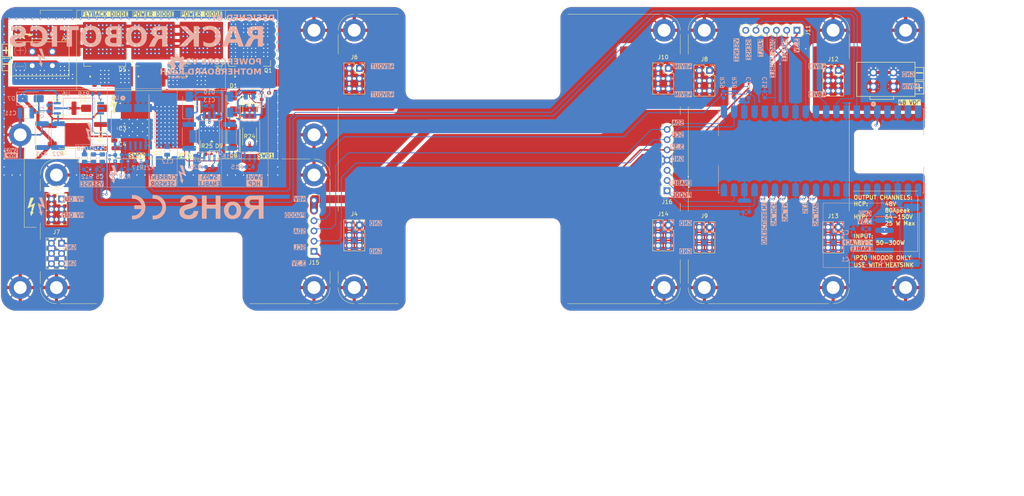
<source format=kicad_pcb>
(kicad_pcb (version 20241229) (generator "pcbnew") (generator_version "9.0")
  (title_block (title "Dual Converter Motherboard") (date "2025-07-29") (rev "H") (company "Rack Robotics, Inc."))
  (layers (0 "F.Cu" signal) (4 "In1.Cu" power) (6 "In2.Cu" power) (8 "In3.Cu" signal) (10 "In4.Cu" signal) (2 "B.Cu" signal) (13 "F.Paste" user) (15 "B.Paste" user) (5 "F.SilkS" user "F.Silkscreen") (7 "B.SilkS" user "B.Silkscreen") (1 "F.Mask" user) (3 "B.Mask" user) (25 "Edge.Cuts" user))
  (net 0 "")
  (net 1 "/PMM_ENABLE")
  (net 2 "GND")
  (net 3 "/48VIN")
  (net 4 "Net-(D1-A)")
  (net 5 "/PMM_FAULT")
  (net 6 "/PMM_ISENSE")
  (net 7 "/PMM_DIAG_EN")
  (net 8 "/BUCK_POWER_GOOD")
  (net 9 "/BUCK_ADJ_PWM")
  (net 10 "/BUCK_ENABLE")
  (net 11 "/BUCK-CONVERTER-OUTPUT")
  (net 12 "/BOOST_PGOOD")
  (net 13 "/BOOST-CONVERTER-OUTPUT")
  (net 14 "/EDM_ELECTRODE(-)")
  (net 15 "/EDM_ELECTRODE(+)")
  (net 16 "Net-(D2-A)")
  (net 17 "Net-(D6-A)")
  (net 18 "Net-(C8-Pad1)")
  (net 19 "/controller/EDM_ENABLE")
  (net 20 "/controller/EDM_FEEDBACK")
  (net 21 "Net-(U5-VOC)")
  (net 22 "/output-stage/SW01_GATE")
  (net 23 "/output-stage/SW02_GATE")
  (net 24 "Net-(D7-A)")
  (net 25 "Net-(D8-K)")
  (net 26 "Net-(D3-A)")
  (net 27 "Net-(J3-Pin_3)")
  (net 28 "Net-(J3-Pin_4)")
  (net 29 "+3.3V")
  (net 30 "Net-(D9-K)")
  (net 31 "/controller/SW_HIGH-CURRENT-PHASE")
  (net 32 "Net-(U4-ANODE)")
  (net 33 "/controller/SW_HIGH-VOLTAGE-PHASE")
  (net 34 "Net-(R10-Pad1)")
  (net 35 "/controller/SW_ENABLE")
  (net 36 "Net-(U6-ANODE)")
  (net 37 "+48V")
  (net 38 "Net-(R10-Pad2)")
  (net 39 "Net-(R22-Pad2)")
  (net 40 "/output-stage/SW03_GATE")
  (net 41 "/controller/OUTPUT_OVERCURRENT_SET")
  (net 47 "+18V")
  (net 48 "Net-(U7-ANODE)")
  (net 49 "/controller/OUTPUT_OVERCURRENT")
  (net 54 "/I2C_SDA")
  (net 55 "/I2C_SCL")
  (net 59 "/controller/ADC1")
  (net 60 "/controller/ADC2")
  (net 65 "Net-(Q2-D)")
  (net 66 "/PMM_VSENSE")
  (footprint "powercore-development:STPSC20065GY-TR" (layer "F.Cu") (at 48 38.125 90)
    (property "Reference" "D5")
    (property "Value" "STPSC20065GY-TR")
  )
  (footprint "MountingHole:MountingHole_3.2mm_M3_DIN965_Pad_TopBottom" (layer "F.Cu") (at 100 60)
    (property "Reference" "H17" (hide yes))
    (property "Value" "M3_DIN")
  )
  (footprint "MountingHole:MountingHole_3.2mm_M3_DIN965_Pad_TopBottom" (layer "F.Cu") (at 247 34)
    (property "Reference" "H9" (hide yes))
    (property "Value" "M3_DIN")
  )
  (footprint "Resistor_SMD:R_2512_6332Metric" (layer "F.Cu") (at 84 52.4 90)
    (property "Reference" "R7")
    (property "Value" "10R")
  )
  (footprint "Connector_PinSocket_2.54mm:PinSocket_2x03_P2.54mm_Vertical" (layer "F.Cu") (at 188.04 43.46)
    (property "Reference" "J10")
    (property "Value" "Conn_02x03_Odd_Even")
  )
  (footprint "powercore-development:STPSC20065GY-TR" (layer "F.Cu") (at 72 38.075 90)
    (property "Reference" "D4")
    (property "Value" "STPSC20065GY-TR")
  )
  (footprint "Diode_SMD:D_SMA" (layer "F.Cu") (at 45.4 53.4)
    (property "Reference" "D2")
    (property "Value" "US1M-13-F")
  )
  (footprint "Connector_PinSocket_2.54mm:PinSocket_1x06_P2.54mm_Vertical" (layer "F.Cu") (at 100 89 180)
    (property "Reference" "J15")
    (property "Value" "Conn_01x06_Socket")
  )
  (footprint "MountingHole:MountingHole_3.2mm_M3_DIN965_Pad_TopBottom" (layer "F.Cu") (at 110 34)
    (property "Reference" "H3" (hide yes))
    (property "Value" "M3_DIN")
  )
  (footprint "Connector_PinSocket_2.54mm:PinSocket_2x03_P2.54mm_Vertical" (layer "F.Cu") (at 230.29 43.975)
    (property "Reference" "J12")
    (property "Value" "Conn_02x03_Odd_Even")
  )
  (footprint "MountingHole:MountingHole_3.2mm_M3_DIN965_Pad_TopBottom" (layer "F.Cu") (at 100 98)
    (property "Reference" "H11" (hide yes))
    (property "Value" "M3_DIN")
  )
  (footprint "MountingHole:MountingHole_3.2mm_M3_DIN965_Pad_TopBottom" (layer "F.Cu") (at 187 34)
    (property "Reference" "H4" (hide yes))
    (property "Value" "M3_DIN")
  )
  (footprint "Diode_SMD:D_SMA" (layer "F.Cu") (at 80 60.6 90)
    (property "Reference" "D8")
    (property "Value" "US1M-13-F")
  )
  (footprint "MountingHole:MountingHole_3.2mm_M3_DIN965_Pad_TopBottom" (layer "F.Cu") (at 110 98)
    (property "Reference" "H12" (hide yes))
    (property "Value" "M3_DIN")
  )
  (footprint "MountingHole:MountingHole_3.2mm_M3_DIN965_Pad_TopBottom" (layer "F.Cu") (at 100 34)
    (property "Reference" "H8" (hide yes))
    (property "Value" "M3_DIN")
  )
  (footprint "Connector_PinSocket_2.54mm:PinSocket_2x03_P2.54mm_Vertical" (layer "F.Cu") (at 37.29 86.975)
    (property "Reference" "J7")
    (property "Value" "Conn_02x03_Odd_Even")
  )
  (footprint "Connector_PinSocket_2.54mm:PinSocket_2x03_P2.54mm_Vertical" (layer "F.Cu") (at 188.04 82.46)
    (property "Reference" "J14")
    (property "Value" "Conn_02x03_Odd_Even")
  )
  (footprint "MountingHole:MountingHole_3.2mm_M3_DIN965_Pad_TopBottom" (layer "F.Cu") (at 197 34)
    (property "Reference" "H5" (hide yes))
    (property "Value" "M3_DIN")
  )
  (footprint "Resistor_SMD:R_2512_6332Metric" (layer "F.Cu") (at 37.4 53.4 180)
    (property "Reference" "R9")
    (property "Value" "10R")
  )
  (footprint "powercore-development:Symbol_HighVoltage_NoTriangle_2x5mm_Front_Silkscreen" (layer "F.Cu") (at 28 35 90)
    (property "Reference" "REF**" (hide yes))
    (property "Value" "Symbol_HighVoltage_NoTriangle_2x5mm_Front_Silkscreen" (hide yes))
  )
  (footprint "Connector_PinSocket_2.54mm:PinSocket_2x03_P2.54mm_Vertical" (layer "F.Cu") (at 111.29 82.46)
    (property "Reference" "J4")
    (property "Value" "Conn_02x03_Odd_Even")
  )
  (footprint "powercore-development:STPSC20065GY-TR" (layer "F.Cu") (at 60 38.075 90)
    (property "Reference" "D3")
    (property "Value" "STPSC20065GY-TR")
  )
  (footprint "powercore-development:2601-1102" (layer "F.Cu") (at 34.9875 39.3049 -90)
    (property "Reference" "J2")
    (property "Value" "2601-1102")
  )
  (footprint "powercore-development:SUM110P08-11L-E3" (layer "F.Cu") (at 84 38.125 90)
    (property "Reference" "Q1")
    (property "Value" "SUM110P08-11L-E3")
  )
  (footprint "Resistor_SMD:R_0603_1608Metric" (layer "F.Cu") (at 72.2 64.8 180)
    (property "Reference" "R25")
    (property "Value" "10K")
  )
  (footprint "Resistor_SMD:R_2512_6332Metric" (layer "F.Cu") (at 47 60.4 90)
    (property "Reference" "R13")
    (property "Value" "1R")
  )
  (footprint "Connector_PinSocket_2.54mm:PinSocket_2x03_P2.54mm_Vertical" (layer "F.Cu") (at 198.29 82.975)
    (property "Reference" "J9")
    (property "Value" "Conn_02x03_Odd_Even")
  )
  (footprint "MountingHole:MountingHole_3.2mm_M3_DIN965_Pad_TopBottom" (layer "F.Cu") (at 27 60)
    (property "Reference" "H7" (hide yes))
    (property "Value" "M3_DIN")
  )
  (footprint "Capacitor_SMD:C_0805_2012Metric" (layer "F.Cu") (at 50.4 58.4 90)
    (property "Reference" "C3")
    (property "Value" "10 nF")
  )
  (footprint "powercore-development:2601-1102" (layer "F.Cu") (at 239 48 90)
    (property "Reference" "J1" (hide yes))
    (property "Value" "2601-1102")
  )
  (footprint "MountingHole:MountingHole_3.2mm_M3_DIN965_Pad_TopBottom" (layer "F.Cu") (at 36 98)
    (property "Reference" "H10" (hide yes))
    (property "Value" "M3_DIN")
  )
  (footprint "Diode_SMD:D_SOD-323" (layer "F.Cu") (at 75.6 64.8)
    (property "Reference" "D9")
    (property "Value" "D_Zener")
  )
  (footprint "MountingHole:MountingHole_3.2mm_M3_DIN965_Pad_TopBottom" (layer "F.Cu") (at 197 98)
    (property "Reference" "H14" (hide yes))
    (property "Value" "M3_DIN")
  )
  (footprint "Resistor_SMD:R_0603_1608Metric" (layer "F.Cu") (at 87 50.4 -90)
    (property "Reference" "R5" (hide yes))
    (property "Value" "255K")
  )
  (footprint "Capacitor_SMD:C_0805_2012Metric" (layer "F.Cu") (at 50.4 62.4 -90)
    (property "Reference" "C4")
    (property "Value" "10 nF")
  )
  (footprint "Diode_SMD:D_SMA" (layer "F.Cu") (at 80 52.2 90)
    (property "Reference" "D1")
    (property "Value" "US1M-13-F")
  )
  (footprint "MountingHole:MountingHole_3.2mm_M3_DIN965_Pad_TopBottom" (layer "F.Cu") (at 229 98)
    (property "Reference" "H15" (hide yes))
    (property "Value" "M3_DIN")
  )
  (footprint "powercore-development:DMP45H4D9HK3-13" (layer "F.Cu") (at 40 60)
    (property "Reference" "Q2")
    (property "Value" "DMP45H4D9HK3-13")
  )
  (footprint "MountingHole:MountingHole_3.2mm_M3_DIN965_Pad_TopBottom" (layer "F.Cu") (at 100 70)
    (property "Reference" "H2" (hide yes))
    (property "Value" "M3_DIN" (hide yes))
  )
  (footprint "MountingHole:MountingHole_3.2mm_M3_DIN965_Pad_TopBottom" (layer "F.Cu") (at 187 98)
    (property "Reference" "H13" (hide yes))
    (property "Value" "M3_DIN")
  )
  (footprint "Connector_PinSocket_2.54mm:PinSocket_2x03_P2.54mm_Vertical" (layer "F.Cu") (at 198.29 43.975)
    (property "Reference" "J8")
    (property "Value" "Conn_02x03_Odd_Even")
  )
  (footprint "powercore-development:Symbol_HighVoltage_NoTriangle_2x5mm_Front_Silkscreen" (layer "F.Cu") (at 30 78.048703)
    (property "Reference" "REF**" (hide yes))
    (property "Value" "Symbol_HighVoltage_NoTriangle_2x5mm_Front_Silkscreen" (hide yes))
  )
  (footprint "Connector_PinSocket_2.54mm:PinSocket_2x03_P2.54mm_Vertical" (layer "F.Cu") (at 37.29 75.975)
    (property "Reference" "J5")
    (property "Value" "Conn_02x03_Odd_Even")
  )
  (footprint "Connector_PinSocket_2.54mm:PinSocket_1x06_P2.54mm_Vertical" (layer "F.Cu") (at 220 34 -90)
    (property "Reference" "J11")
    (property "Value" "Conn_01x06_Socket")
  )
  (footprint "MountingHole:MountingHole_3.2mm_M3_DIN965_Pad_TopBottom" (layer "F.Cu") (at 229 34)
    (property "Reference" "H6" (hide yes))
    (property "Value" "M3_DIN")
  )
  (footprint "Resistor_SMD:R_2512_6332Metric" (layer "F.Cu") (at 84 60.4 90)
    (property "Reference" "R24")
    (property "Value" "10R")
  )
  (footprint "Resistor_SMD:R_0603_1608Metric" (layer "F.Cu") (at 32.8 58.625 90)
    (property "Reference" "R6" (hide yes))
    (property "Value" "255K")
  )
  (footprint "Connector_PinSocket_2.54mm:PinSocket_2x03_P2.54mm_Vertical" (layer "F.Cu") (at 230.29 82.975)
    (property "Reference" "J13")
    (property "Value" "Conn_02x03_Odd_Even")
  )
  (footprint "Package_TO_SOT_SMD:TO-263-2" (layer "F.Cu") (at 66.925 58 180)
    (property "Reference" "Q3")
    (property "Value" "SIHB068N60EF-GE3")
  )
  (footprint "MountingHole:MountingHole_3.2mm_M3_DIN965_Pad_TopBottom" (layer "F.Cu") (at 27 98)
    (property "Reference" "H16" (hide yes))
    (property "Value" "M3_DIN")
  )
  (footprint "MountingHole:MountingHole_3.2mm_M3_DIN965_Pad_TopBottom" (layer "F.Cu") (at 36 70)
    (property "Reference" "H1" (hide yes))
    (property "Value" "M3_DIN")
  )
  (footprint "Resistor_SMD:R_0603_1608Metric" (layer "F.Cu") (at 88.8 50.4 -90)
    (property "Reference" "R14" (hide yes))
    (property "Value" "10K")
  )
  (footprint "Connector_PinSocket_2.54mm:PinSocket_1x07_P2.54mm_Vertical" (layer "F.Cu") (at 187.75 73.91 180)
    (property "Reference" "J16")
    (property "Value" "Conn_01x07_Socket")
  )
  (footprint "Connector_PinSocket_2.54mm:PinSocket_2x03_P2.54mm_Vertical" (layer "F.Cu") (at 111.29 43.46)
    (property "Reference" "J6")
    (property "Value" "Conn_02x03_Odd_Even")
  )
  (footprint "powercore-development:Symbol_HighVoltage_NoTriangle_2x5mm_Front_Silkscreen" (layer "F.Cu") (at 50.447385 52.748703)
    (property "Reference" "REF**" (hide yes))
    (property "Value" "Symbol_HighVoltage_NoTriangle_2x5mm_Front_Silkscreen" (hide yes))
  )
  (footprint "MountingHole:MountingHole_3.2mm_M3_DIN965_Pad_TopBottom" (layer "F.Cu") (at 247 98)
    (property "Reference" "H18" (hide yes))
    (property "Value" "M3_DIN")
  )
  (footprint "Resistor_SMD:R_0603_1608Metric" (layer "B.Cu") (at 84 68 180)
    (property "Reference" "R15")
    (property "Value" "100R")
  )
  (footprint "Capacitor_SMD:C_0603_1608Metric" (layer "B.Cu") (at 207.4 79.2 180)
    (property "Reference" "C16" (hide yes))
    (property "Value" "10000 pF")
  )
  (footprint "Capacitor_SMD:C_0603_1608Metric" (layer "B.Cu") (at 84 52.8 180)
    (property "Reference" "C6")
    (property "Value" "220 nF")
  )
  (footprint "powercore-development:S4B-XH-SM4-TB" (layer "B.Cu") (at 245 85 -90)
    (property "Reference" "J3")
    (property "Value" "S4B-XH-SM4-TB")
  )
  (footprint "powercore-development:Symbol_HighVoltage_NoTriangle_2x5mm_Front_Silkscreen" (layer "B.Cu") (at 32 41 180)
    (property "Reference" "REF**" (hide yes))
    (property "Value" "Symbol_HighVoltage_NoTriangle_2x5mm_Front_Silkscreen" (hide yes))
  )
  (footprint "Capacitor_SMD:C_0603_1608Metric" (layer "B.Cu") (at 234 91 -90)
    (property "Reference" "C1")
    (property "Value" "220 nF")
  )
  (footprint "Capacitor_SMD:C_0603_1608Metric" (layer "B.Cu") (at 46.775 68.6)
    (property "Reference" "C5")
    (property "Value" "pF")
  )
  (footprint "Capacitor_SMD:C_0603_1608Metric" (layer "B.Cu") (at 50.6 65.8 -90)
    (property "Reference" "C8" (hide yes))
    (property "Value" "220 nF")
  )
  (footprint "powercore-development:UCC23313BDWYR" (layer "B.Cu") (at 84 60.4 90)
    (property "Reference" "U4")
    (property "Value" "UCC23313BDWYR")
  )
  (footprint "Symbol:CE-Logo_8.5x6mm_SilkScreen" (layer "B.Cu") (at 59 78 180)
    (property "Reference" "REF**" (hide yes))
    (property "Value" "CE-Logo_8.5x6mm_SilkScreen" (hide yes))
  )
  (footprint "Capacitor_SMD:C_0603_1608Metric" (layer "B.Cu") (at 34 53.4 -90)
    (property "Reference" "C10")
    (property "Value" "220 nF")
  )
  (footprint "Inductor_SMD:L_0402_1005Metric" (layer "B.Cu") (at 49.2 65.6 -90)
    (property "Reference" "L1" (hide yes))
    (property "Value" "BBUP00100505330Y00")
  )
  (footprint "Capacitor_SMD:C_1210_3225Metric" (layer "B.Cu") (at 28.4 54.6 180)
    (property "Reference" "C11")
    (property "Value" "0.1 uF")
  )
  (footprint "powercore-development:UCC23313BDWYR" (layer "B.Cu") (at 41.6 53.4 180)
    (property "Reference" "U6")
    (property "Value" "UCC23313BDWYR")
  )
  (footprint "powercore-development:Symbol_HighVoltage_NoTriangle_2x5mm_Front_Silkscreen" (layer "B.Cu") (at 32 78 180)
    (property "Reference" "REF**" (hide yes))
    (property "Value" "Symbol_HighVoltage_NoTriangle_2x5mm_Front_Silkscreen" (hide yes))
  )
  (footprint "Resistor_SMD:R_2512_6332Metric" (layer "B.Cu") (at 69 60.4 -90)
    (property "Reference" "R27" (hide yes))
    (property "Value" "1K")
  )
  (footprint "Resistor_SMD:R_0603_1608Metric" (layer "B.Cu") (at 43.575 68.6)
    (property "Reference" "R12")
    (property "Value" "10K")
  )
  (footprint "Capacitor_SMD:C_0805_2012Metric" (layer "B.Cu") (at 63.5 64 -90)
    (property "Reference" "C12")
    (property "Value" "10 nF")
  )
  (footprint "Resistor_SMD:R_2512_6332Metric" (layer "B.Cu") (at 36.4 60.2 -90)
    (property "Reference" "R22")
    (property "Value" "12K")
  )
  (footprint "powercore-development:Symbol_HighVoltage_NoTriangle_2x5mm_Front_Silkscreen" (layer "B.Cu") (at 43.952615 59.348703 180)
    (property "Reference" "REF**" (hide yes))
    (property "Value" "Symbol_HighVoltage_NoTriangle_2x5mm_Front_Silkscreen" (hide yes))
  )
  (footprint "Capacitor_SMD:C_0603_1608Metric" (layer "B.Cu") (at 53.8 65.8 -90)
    (property "Reference" "C9" (hide yes))
    (property "Value" "220 nF")
  )
  (footprint "powercore-development:SC0915" (layer "B.Cu") (at 226 64 90)
    (property "Reference" "U8" (hide yes))
    (property "Value" "SC0915")
  )
  (footprint "powercore-development:UCC23313BDWYR" (layer "B.Cu") (at 74 60.4 90)
    (property "Reference" "U7")
    (property "Value" "UCC23313BDWYR")
  )
  (footprint "Resistor_SMD:R_0603_1608Metric" (layer "B.Cu") (at 52.2 65.8 90)
    (property "Reference" "R18" (hide yes))
    (property "Value" "2.2K")
  )
  (footprint "Resistor_SMD:R_0603_1608Metric" (layer "B.Cu") (at 204.5 50 90)
    (property "Reference" "R28")
    (property "Value" "2.2K")
  )
  (footprint "Capacitor_SMD:C_0603_1608Metric" (layer "B.Cu") (at 212 50 90)
    (property "Reference" "C15")
    (property "Value" "10000 pF")
  )
  (footprint "Resistor_SMD:R_0603_1608Metric" (layer "B.Cu") (at 74 68 180)
    (property "Reference" "R26")
    (property "Value" "100R")
  )
  (footprint "Resistor_SMD:R_0603_1608Metric" (layer "B.Cu") (at 237.2 83.4 180)
    (property "Reference" "R2" (hide yes))
    (property "Value" "1K")
  )
  (footprint "Resistor_SMD:R_0603_1608Metric" (layer "B.Cu") (at 53 68.6)
    (property "Reference" "R20")
    (property "Value" "10K")
  )
  (footprint "Capacitor_SMD:C_0603_1608Metric" (layer "B.Cu") (at 74 52.8 180)
    (property "Reference" "C13")
    (property "Value" "220 nF")
  )
  (footprint "Capacitor_SMD:C_0603_1608Metric" (layer "B.Cu") (at 234 84.2 90)
    (property "Reference" "C2")
    (property "Value" "10000 pF")
  )
  (footprint "Resistor_SMD:R_0603_1608Metric" (layer "B.Cu") (at 237.2 90.2 180)
    (property "Reference" "R3" (hide yes))
    (property "Value" "10K")
  )
  (footprint "Resistor_SMD:R_0603_1608Metric" (layer "B.Cu") (at 201.75 50 90)
    (property "Reference" "R29")
    (property "Value" "2.2K")
  )
  (footprint "Resistor_SMD:R_0603_1608Metric" (layer "B.Cu") (at 55.4 65.8 90)
    (property "Reference" "R17")
    (property "Value" "10K")
  )
  (footprint "Diode_SMD:D_SMA" (layer "B.Cu") (at 29.6 51)
    (property "Reference" "D7")
    (property "Value" "D_Zener")
  )
  (footprint "powercore-development:Symbol_HighVoltage_NoTriangle_2x5mm_Front_Silkscreen" (layer "B.Cu") (at 67 70 180)
    (property "Reference" "REF**" (hide yes))
    (property "Value" "Symbol_HighVoltage_NoTriangle_2x5mm_Front_Silkscreen" (hide yes))
  )
  (footprint "Capacitor_SMD:C_0805_2012Metric" (layer "B.Cu") (at 84 50.5)
    (property "Reference" "C7")
    (property "Value" "0.47 uF")
  )
  (footprint "Resistor_SMD:R_0805_2012Metric" (layer "B.Cu") (at 47.4 65.8 -90)
    (property "Reference" "R11")
    (property "Value" "332K")
  )
  (footprint "Resistor_SMD:R_0603_1608Metric" (layer "B.Cu") (at 45.8 49.8 180)
    (property "Reference" "R19")
    (property "Value" "100R")
  )
  (footprint "Resistor_SMD:R_0805_2012Metric" (layer "B.Cu") (at 45.2 65.8 90)
    (property "Reference" "R10")
    (property "Value" "332K")
  )
  (footprint "Resistor_SMD:R_0603_1608Metric" (layer "B.Cu") (at 237.2 85 180)
    (property "Reference" "R4" (hide yes))
    (property "Value" "10K")
  )
  (footprint "Diode_SMD:D_SMA" (layer "B.Cu") (at 79 52.5 -90)
    (property "Reference" "D6" (hide yes))
    (property "Value" "D_Zener")
  )
  (footprint "Resistor_SMD:R_2512_6332Metric" (layer "B.Cu") (at 79 60.4 90)
    (property "Reference" "R16")
    (property "Value" "1K")
  )
  (footprint "Symbol:OSHW-Logo_5.7x6mm_SilkScreen" (layer "B.Cu") (at 66 43 180)
    (property "Reference" "REF**" (hide yes))
    (property "Value" "OSHW-Logo_5.7x6mm_SilkScreen" (hide yes))
  )
  (footprint "Diode_SMD:D_SMA" (layer "B.Cu") (at 69 52.5 90)
    (property "Reference" "D10")
    (property "Value" "D_Zener")
  )
  (footprint "Symbol:RoHS-Logo_6mm_SilkScreen" (layer "B.Cu") (at 77 78 180)
    (property "Reference" "REF**" (hide yes))
    (property "Value" "RoHS-Logo_6mm_SilkScreen" (hide yes))
  )
  (footprint "powercore-development:TMCS1133C3AQDVGR" (layer "B.Cu") (at 55 58 -90)
    (property "Reference" "U5")
    (property "Value" "TMCS1133C1A")
  )
  (footprint "Resistor_SMD:R_0603_1608Metric" (layer "B.Cu") (at 58.5 65.8 -90)
    (property "Reference" "R21")
    (property "Value" "10K")
  )
  (footprint "Resistor_SMD:R_0603_1608Metric" (layer "B.Cu") (at 237.2 91.8 180)
    (property "Reference" "R1" (hide yes))
    (property "Value" "1K")
  )
  (footprint "Capacitor_SMD:C_0603_1608Metric" (layer "B.Cu") (at 208 50 -90)
    (property "Reference" "C14")
    (property "Value" "10000 pF")
  )
  (footprint "powercore-development:Symbol_HighVoltage_NoTriangle_2x5mm_Front_Silkscreen" (layer "B.Cu") (at 50 70 180)
    (property "Reference" "REF**" (hide yes))
    (property "Value" "Symbol_HighVoltage_NoTriangle_2x5mm_Front_Silkscreen" (hide yes))
  )
  (footprint "Resistor_SMD:R_0805_2012Metric" (layer "B.Cu") (at 43 65.8 -90)
    (property "Reference" "R8")
    (property "Value" "332K")
  )
  (footprint "Resistor_SMD:R_2512_6332Metric" (layer "B.Cu") (at 32.4 60.2 90)
    (property "Reference" "R23")
    (property "Value" "12K")
  )
  (gr_arc (start 191 98) (mid 189.828427 100.828427) (end 187 102) (stroke (width 0.1)) (layer "F.SilkS"))
  (gr_line (start 193 35) (end 193 40) (stroke (width 0.1)) (layer "F.SilkS"))
  (gr_arc (start 32 70) (mid 33.171573 67.171573) (end 36 66) (stroke (width 0.1)) (layer "F.SilkS"))
  (gr_line (start 233 91) (end 233 97) (stroke (width 0.1)) (layer "F.SilkS"))
  (gr_line (start 31 83) (end 28 83) (stroke (width 0.1)) (layer "F.SilkS"))
  (gr_line (start 191 40) (end 191 35) (stroke (width 0.1)) (layer "F.SilkS"))
  (gr_line (start 198 30) (end 228 30) (stroke (width 0.1)) (layer "F.SilkS"))
  (gr_line (start 111 102) (end 121 102) (stroke (width 0.1)) (layer "F.SilkS"))
  (gr_arc (start 104 98) (mid 102.828427 100.828427) (end 100 102) (stroke (width 0.1)) (layer "F.SilkS"))
  (gr_line (start 191 97) (end 191 91) (stroke (width 0.1)) (layer "F.SilkS"))
  (gr_line (start 28 53) (end 26.1 51.8) (stroke (width 0.1)) (layer "F.SilkS"))
  (gr_line (start 32 86) (end 32 82) (stroke (width 0.1)) (layer "F.SilkS"))
  (gr_line (start 34 66) (end 31 66) (stroke (width 0.1)) (layer "F.SilkS"))
  (gr_line (start 250 75) (end 250 89) (stroke (width 0.1)) (layer "F.SilkS"))
  (gr_arc (start 36 102) (mid 33.171573 100.828427) (end 32 98) (stroke (width 0.1)) (layer "F.SilkS"))
  (gr_line (start 111 30) (end 121 30) (stroke (width 0.1)) (layer "F.SilkS"))
  (gr_line (start 40 29) (end 32 29) (stroke (width 0.1)) (layer "F.SilkS"))
  (gr_line (start 32 97) (end 32 94) (stroke (width 0.1)) (layer "F.SilkS"))
  (gr_line (start 31 66) (end 31 50) (stroke (width 0.1)) (layer "F.SilkS"))
  (gr_line (start 250.4 49.05) (end 250.4 47.55) (stroke (width 0.3)) (layer "F.SilkS"))
  (gr_arc (start 233 98) (mid 231.828427 100.828427) (end 229 102) (stroke (width 0.1)) (layer "F.SilkS"))
  (gr_arc (start 229 30) (mid 231.828427 31.171573) (end 233 34) (stroke (width 0.1)) (layer "F.SilkS"))
  (gr_line (start 77.8 66) (end 59 66) (stroke (width 0.1)) (layer "F.SilkS"))
  (gr_line (start 40.8 49) (end 33 49) (stroke (width 0.1)) (layer "F.SilkS"))
  (gr_line (start 78 66) (end 78 50) (stroke (width 0.1)) (layer "F.SilkS"))
  (gr_line (start 91 29) (end 91 66) (stroke (width 0.1)) (layer "F.SilkS"))
  (gr_line (start 233 52) (end 233 79) (stroke (width 0.1)) (layer "F.SilkS"))
  (gr_line (start 28 56) (end 28 53) (stroke (width 0.1)) (layer "F.SilkS"))
  (gr_line (start 198 102) (end 228 102) (stroke (width 0.1)) (layer "F.SilkS"))
  (gr_line (start 234 74) (end 250 74) (stroke (width 0.1)) (layer "F.SilkS"))
  (gr_line (start 249.65 48.3) (end 251.15 48.3) (stroke (width 0.3)) (layer "F.SilkS"))
  (gr_line (start 24.25 42.4) (end 22.75 42.4) (stroke (width 0.3)) (layer "F.SilkS"))
  (gr_line (start 233 35) (end 233 41) (stroke (width 0.1)) (layer "F.SilkS"))
  (gr_line (start 32 74) (end 32 71) (stroke (width 0.1)) (layer "F.SilkS"))
  (gr_arc (start 110 102) (mid 107.171573 100.828427) (end 106 98) (stroke (width 0.1)) (layer "F.SilkS"))
  (gr_line (start 91 66) (end 78 66) (stroke (width 0.1)) (layer "F.SilkS"))
  (gr_line (start 106 97) (end 106 94) (stroke (width 0.1)) (layer "F.SilkS"))
  (gr_line (start 186 30) (end 163 30) (stroke (width 0.1)) (layer "F.SilkS"))
  (gr_arc (start 193 34) (mid 194.171573 31.171573) (end 197 30) (stroke (width 0.1)) (layer "F.SilkS"))
  (gr_line (start 78 49) (end 41 49) (stroke (width 0.1)) (layer "F.SilkS"))
  (gr_line (start 193 97) (end 193 91) (stroke (width 0.1)) (layer "F.SilkS"))
  (gr_arc (start 197 102) (mid 194.171573 100.828427) (end 193 98) (stroke (width 0.1)) (layer "F.SilkS"))
  (gr_line (start 99 66) (end 92 66) (stroke (width 0.1)) (layer "F.SilkS"))
  (gr_line (start 104 71) (end 104 74) (stroke (width 0.1)) (layer "F.SilkS"))
  (gr_arc (start 100 66) (mid 102.828427 67.171573) (end 104 70) (stroke (width 0.1)) (layer "F.SilkS"))
  (gr_line (start 41 49) (end 41 29) (stroke (width 0.1)) (layer "F.SilkS"))
  (gr_line (start 58 66) (end 37 66) (stroke (width 0.1)) (layer "F.SilkS"))
  (gr_line (start 41 29) (end 77.8 29) (stroke (width 0.1)) (layer "F.SilkS"))
  (gr_line (start 24.25 39) (end 22.75 39) (stroke (width 0.3)) (layer "F.SilkS"))
  (gr_line (start 104 97) (end 104 94) (stroke (width 0.1)) (layer "F.SilkS"))
  (gr_line (start 78 29) (end 78 49) (stroke (width 0.1)) (layer "F.SilkS"))
  (gr_line (start 106 35) (end 106 40) (stroke (width 0.1)) (layer "F.SilkS"))
  (gr_line (start 28 83) (end 28 64) (stroke (width 0.1)) (layer "F.SilkS"))
  (gr_line (start 250 89) (end 234 89) (stroke (width 0.1)) (layer "F.SilkS"))
  (gr_line (start 191 55) (end 191 53) (stroke (width 0.1)) (layer "F.SilkS"))
  (gr_line (start 37 102) (end 46 102) (stroke (width 0.1)) (layer "F.SilkS"))
  (gr_line (start 26.1 51.8) (end 26.1 49.8) (stroke (width 0.1)) (layer "F.SilkS"))
  (gr_line (start 59 66) (end 59 50) (stroke (width 0.1)) (layer "F.SilkS"))
  (gr_line (start 32 29) (end 32 30) (stroke (width 0.1)) (layer "F.SilkS"))
  (gr_line (start 99 102) (end 84 102) (stroke (width 0.1)) (layer "F.SilkS"))
  (gr_line (start 78 29) (end 91 29) (stroke (width 0.1)) (layer "F.SilkS"))
  (gr_line (start 186 102) (end 163 102) (stroke (width 0.1)) (layer "F.SilkS"))
  (gr_line (start 191 79) (end 191 77) (stroke (width 0.1)) (layer "F.SilkS"))
  (gr_line (start 249.7 44.6) (end 251.2 44.6) (stroke (width 0.3)) (layer "F.SilkS"))
  (gr_line (start 23.5 38.25) (end 23.5 39.75) (stroke (width 0.3)) (layer "F.SilkS"))
  (gr_arc (start 187 30) (mid 189.828427 31.171573) (end 191 34) (stroke (width 0.1)) (layer "F.SilkS"))
  (gr_line (start 193 79) (end 193 53) (stroke (width 0.1)) (layer "F.SilkS"))
  (gr_line (start 106 53) (end 106 79) (stroke (width 0.1)) (layer "F.SilkS"))
  (gr_arc (start 106 34) (mid 107.171573 31.171573) (end 110 30) (stroke (width 0.1)) (layer "F.SilkS"))
  (gr_line (start 23.2 48.5) (end 23 48.5) (stroke (width 0.1)) (layer "B.SilkS"))
  (gr_line (start 28 43) (end 26 43) (stroke (width 0.1)) (layer "B.SilkS"))
  (gr_line (start 26.6 48.5) (end 48 48.5) (stroke (width 0.1)) (layer "B.SilkS"))
  (gr_line (start 226.5 77) (end 226.5 93) (stroke (width 0.1)) (layer "B.SilkS"))
  (gr_line (start 88.6 48.5) (end 77 48.5) (stroke (width 0.1)) (layer "B.SilkS"))
  (gr_line (start 23 66) (end 23 48.5) (stroke (width 0.1)) (layer "B.SilkS"))
  (gr_line (start 41.8 65.6) (end 41.8 73) (stroke (width 0.1)) (layer "B.SilkS"))
  (gr_line (start 77 73) (end 88.6 73) (stroke (width 0.1)) (layer "B.SilkS"))
  (gr_line (start 40.8 62.4) (end 40.8 65.6) (stroke (width 0.1)) (layer "B.SilkS"))
  (gr_line (start 27 38) (end 27 40) (stroke (width 0.1)) (layer "B.SilkS"))
  (gr_line (start 226.5 93) (end 245 93) (stroke (width 0.1)) (layer "B.SilkS"))
  (gr_line (start 48.6 73) (end 48.6 48.5) (stroke (width 0.1)) (layer "B.SilkS"))
  (gr_line (start 23 66) (end 31.2 66) (stroke (width 0.1)) (layer "B.SilkS"))
  (gr_line (start 31.2 66) (end 41.5 66) (stroke (width 0.1)) (layer "B.SilkS"))
  (gr_line (start 28 39) (end 26 39) (stroke (width 0.1)) (layer "B.SilkS"))
  (gr_line (start 76.5 73) (end 66 73) (stroke (width 0.1)) (layer "B.SilkS"))
  (gr_arc (start 28 42) (mid 28.414214 43) (end 28 44) (stroke (width 0.1)) (layer "B.SilkS"))
  (gr_line (start 66 48.5) (end 76.5 48.5) (stroke (width 0.1)) (layer "B.SilkS"))
  (gr_line (start 40.8 65.6) (end 41.8 65.6) (stroke (width 0.1)) (layer "B.SilkS"))
  (gr_line (start 48.6 48.5) (end 65.6 48.5) (stroke (width 0.1)) (layer "B.SilkS"))
  (gr_line (start 65.5 73) (end 48.6 73) (stroke (width 0.1)) (layer "B.SilkS"))
  (gr_line (start 66 73) (end 66 48.5) (stroke (width 0.1)) (layer "B.SilkS"))
  (gr_arc (start 28 38) (mid 28.414214 39) (end 28 40) (stroke (width 0.1)) (layer "B.SilkS"))
  (gr_line (start 245 77) (end 226.5 77) (stroke (width 0.1)) (layer "B.SilkS"))
  (gr_line (start 40.8 62.4) (end 48.4 62.4) (stroke (width 0.1)) (layer "B.SilkS"))
  (gr_line (start 77 48.5) (end 77 73) (stroke (width 0.1)) (layer "B.SilkS"))
  (gr_arc (start 26 40) (mid 25.585786 39) (end 26 38) (stroke (width 0.1)) (layer "B.SilkS"))
  (gr_line (start 88.6 73) (end 88.6 48.5) (stroke (width 0.1)) (layer "B.SilkS"))
  (gr_line (start 48.4 73) (end 41.8 73) (stroke (width 0.1)) (layer "B.SilkS"))
  (gr_arc (start 26 44) (mid 25.585786 43) (end 26 42) (stroke (width 0.1)) (layer "B.SilkS"))
  (gr_arc (start 234.4 60) (mid 234.692893 59.292893) (end 235.4 59) (stroke (width 0.05)) (layer "Edge.Cuts"))
  (gr_line (start 82 86) (end 82 100) (stroke (width 0.05)) (layer "Edge.Cuts"))
  (gr_arc (start 119.999999 27.999999) (mid 122.12132 28.878678) (end 122.999999 30.999999) (stroke (width 0.05)) (layer "Edge.Cuts"))
  (gr_arc (start 248 28) (mid 250.828427 29.171573) (end 252 32) (stroke (width 0.05)) (layer "Edge.Cuts"))
  (gr_line (start 251 59) (end 235.4 59) (stroke (width 0.05)) (layer "Edge.Cuts"))
  (gr_arc (start 122.999999 82.799999) (mid 123.527207 81.527207) (end 124.799999 80.999999) (stroke (width 0.05)) (layer "Edge.Cuts"))
  (gr_arc (start 123 101) (mid 122.12132 103.12132) (end 120 104) (stroke (width 0.05)) (layer "Edge.Cuts"))
  (gr_arc (start 251 69.4) (mid 251.707107 69.692893) (end 252 70.4) (stroke (width 0.05)) (layer "Edge.Cuts"))
  (gr_line (start 122.999999 30.999999) (end 122.999999 49.199999) (stroke (width 0.05)) (layer "Edge.Cuts"))
  (gr_arc (start 160.999999 30.999999) (mid 161.878679 28.878679) (end 163.999999 27.999999) (stroke (width 0.05)) (layer "Edge.Cuts"))
  (gr_line (start 234.4 68.4) (end 234.4 60) (stroke (width 0.05)) (layer "Edge.Cuts"))
  (gr_line (start 49.5 84.5) (end 80.5 84.5) (stroke (width 0.05)) (layer "Edge.Cuts"))
  (gr_line (start 252 58) (end 252 32) (stroke (width 0.05)) (layer "Edge.Cuts"))
  (gr_line (start 248 28) (end 163.999999 27.999999) (stroke (width 0.05)) (layer "Edge.Cuts"))
  (gr_line (start 252 100) (end 252 70.4) (stroke (width 0.05)) (layer "Edge.Cuts"))
  (gr_arc (start 22 32) (mid 23.171573 29.171573) (end 26 28) (stroke (width 0.05)) (layer "Edge.Cuts"))
  (gr_line (start 119.999999 27.999999) (end 26 28) (stroke (width 0.05)) (layer "Edge.Cuts"))
  (gr_line (start 235.4 69.4) (end 251 69.4) (stroke (width 0.05)) (layer "Edge.Cuts"))
  (gr_arc (start 124.799998 51) (mid 123.527207 50.472791) (end 122.999998 49.2) (stroke (width 0.05)) (layer "Edge.Cuts"))
  (gr_line (start 124.799999 50.999999) (end 159.2 51) (stroke (width 0.05)) (layer "Edge.Cuts"))
  (gr_line (start 48 86) (end 48 100) (stroke (width 0.05)) (layer "Edge.Cuts"))
  (gr_arc (start 86 104) (mid 83.171573 102.828427) (end 82 100) (stroke (width 0.05)) (layer "Edge.Cuts"))
  (gr_line (start 22 32) (end 22 100) (stroke (width 0.05)) (layer "Edge.Cuts"))
  (gr_arc (start 80.5 84.5) (mid 81.56066 84.93934) (end 82 86) (stroke (width 0.05)) (layer "Edge.Cuts"))
  (gr_arc (start 48 86) (mid 48.43934 84.93934) (end 49.5 84.5) (stroke (width 0.05)) (layer "Edge.Cuts"))
  (gr_line (start 248 104) (end 164 104) (stroke (width 0.05)) (layer "Edge.Cuts"))
  (gr_arc (start 159.200001 80.999999) (mid 160.472793 81.527207) (end 161.000001 82.799999) (stroke (width 0.05)) (layer "Edge.Cuts"))
  (gr_line (start 26 104) (end 44 104) (stroke (width 0.05)) (layer "Edge.Cuts"))
  (gr_line (start 124.8 81) (end 159.200001 80.999999) (stroke (width 0.05)) (layer "Edge.Cuts"))
  (gr_line (start 123 101) (end 123 82.8) (stroke (width 0.05)) (layer "Edge.Cuts"))
  (gr_arc (start 48 100) (mid 46.828427 102.828427) (end 44 104) (stroke (width 0.05)) (layer "Edge.Cuts"))
  (gr_arc (start 26 104) (mid 23.171573 102.828427) (end 22 100) (stroke (width 0.05)) (layer "Edge.Cuts"))
  (gr_line (start 160.999999 30.999999) (end 160.999999 49.199999) (stroke (width 0.05)) (layer "Edge.Cuts"))
  (gr_arc (start 252 100) (mid 250.828427 102.828427) (end 248 104) (stroke (width 0.05)) (layer "Edge.Cuts"))
  (gr_line (start 161 101) (end 161 82.8) (stroke (width 0.05)) (layer "Edge.Cuts"))
  (gr_arc (start 235.4 69.4) (mid 234.692893 69.107107) (end 234.4 68.4) (stroke (width 0.05)) (layer "Edge.Cuts"))
  (gr_arc (start 164 104) (mid 161.87868 103.12132) (end 161 101) (stroke (width 0.05)) (layer "Edge.Cuts"))
  (gr_line (start 120 104) (end 86 104) (stroke (width 0.05)) (layer "Edge.Cuts"))
  (gr_arc (start 161 49.2) (mid 160.472792 50.472792) (end 159.2 51) (stroke (width 0.05)) (layer "Edge.Cuts"))
  (gr_arc (start 252 58) (mid 251.707107 58.707107) (end 251 59) (stroke (width 0.05)) (layer "Edge.Cuts"))
  (gr_text "USE WITH HEATSINK" (at 234 91.8 0) (layer "F.SilkS") (effects (font (size 1 1) (thickness 0.2) (bold yes)) (justify left top)))
  (gr_text "IP20 INDOOR ONLY" (at 234 90 0) (layer "F.SilkS") (effects (font (size 1 1) (thickness 0.2) (bold yes)) (justify left top)))
  (gr_text "48 VDC" (at 248 52 0) (layer "F.SilkS" knockout) (effects (font (size 1 1) (thickness 0.2) (bold yes))))
  (gr_text "SW03" (at 68 65.2 0) (layer "F.SilkS" knockout) (effects (font (size 1 1) (thickness 0.2) (bold yes))))
  (gr_text "SW01" (at 88 65.2 0) (layer "F.SilkS" knockout) (effects (font (size 1 1) (thickness 0.2) (bold yes))))
  (gr_text "POWER DIODE" (at 60 30 0) (layer "F.SilkS" knockout) (effects (font (size 1 1) (thickness 0.2) (bold yes))))
  (gr_text "POWER DIODE" (at 72 30 0) (layer "F.SilkS" knockout) (effects (font (size 1 1) (thickness 0.2) (bold yes))))
  (gr_text "OUTPUT CHANNELS:\nHCP:	48V\n		80Apeak\nHVP: 	64-150V\n		25 W Max\n\nINPUT:\n48VDC 50-300W" (at 234 75 0) (layer "F.SilkS") (effects (font (size 1 1) (thickness 0.2) (bold yes)) (justify left top)))
  (gr_text "SW02" (at 56 65.2 0) (layer "F.SilkS" knockout) (effects (font (size 1 1) (thickness 0.2) (bold yes))))
  (gr_text "FLYBACK DIODE" (at 48 30 0) (layer "F.SilkS" knockout) (effects (font (size 1 1) (thickness 0.2) (bold yes))))
  (gr_text "48VIN" (at 246 48 0) (layer "B.SilkS" knockout) (effects (font (size 1 1) (thickness 0.2) (bold yes)) (justify right mirror)))
  (gr_text "GND" (at 238.6 79.6 0) (layer "B.SilkS" knockout) (effects (font (size 1 1) (thickness 0.2) (bold yes)) (justify left mirror)))
  (gr_text "48V" (at 98 76 0) (layer "B.SilkS" knockout) (effects (font (size 1 1) (thickness 0.2) (bold yes)) (justify left mirror)))
  (gr_text "VSENSE" (at 205 36 90) (layer "B.SilkS" knockout) (effects (font (size 1 1) (thickness 0.2) (bold yes)) (justify left mirror)))
  (gr_text "48VOUT" (at 120 50 0) (layer "B.SilkS" knockout) (effects (font (size 1 1) (thickness 0.2) (bold yes)) (justify left mirror)))
  (gr_text "48VIN" (at 225 50 0) (layer "B.SilkS" knockout) (effects (font (size 1 1) (thickness 0.2) (bold yes)) (justify mirror)))
  (gr_text "GND" (at 117 89 0) (layer "B.SilkS" knockout) (effects (font (size 1 1) (thickness 0.2) (bold yes)) (justify left mirror)))
  (gr_text "3.3V" (at 98 92 0) (layer "B.SilkS" knockout) (effects (font (size 1 1) (thickness 0.2) (bold yes)) (justify left mirror)))
  (gr_text "RACK ROBOTICS" (at 88 36 0) (layer "B.SilkS") (effects (font (size 5 5) (thickness 0.4) (bold yes)) (justify left mirror)))
  (gr_text "GND" (at 117 82 0) (layer "B.SilkS" knockout) (effects (font (size 1 1) (thickness 0.2) (bold yes)) (justify left mirror)))
  (gr_text "GND" (at 41 88 0) (layer "B.SilkS" knockout) (effects (font (size 1 1) (thickness 0.2) (bold yes)) (justify left mirror)))
  (gr_text "HV OUT" (at 43 80 0) (layer "B.SilkS" knockout) (effects (font (size 1 1) (thickness 0.2) (bold yes)) (justify left mirror)))
  (gr_text "SCL" (at 98 88 0) (layer "B.SilkS" knockout) (effects (font (size 1 1) (thickness 0.2) (bold yes)) (justify left mirror)))
  (gr_text "GND" (at 194 82 0) (layer "B.SilkS" knockout) (effects (font (size 1 1) (thickness 0.2) (bold yes)) (justify left mirror)))
  (gr_text "ENABLE" (at 194 72 0) (layer "B.SilkS" knockout) (effects (font (size 1 1) (thickness 0.2) (bold yes)) (justify left mirror)))
  (gr_text "DESIGNED BY \n" (at 82 31 0) (layer "B.SilkS") (effects (font (size 1.5 1.5) (thickness 0.2) (bold yes)) (justify mirror)))
  (gr_text "SW_HCP" (at 214.2 76.6 270) (layer "B.SilkS" knockout) (effects (font (size 1 1) (thickness 0.2) (bold yes)) (justify right mirror)))
  (gr_text "SDA" (at 192 57 0) (layer "B.SilkS" knockout) (effects (font (size 1 1) (thickness 0.2) (bold yes)) (justify left mirror)))
  (gr_text "GND" (at 192 66 0) (layer "B.SilkS" knockout) (effects (font (size 1 1) (thickness 0.2) (bold yes)) (justify left mirror)))
  (gr_text "SDA" (at 98 84 0) (layer "B.SilkS" knockout) (effects (font (size 1 1) (thickness 0.2) (bold yes)) (justify left mirror)))
  (gr_text "POWERCORE V3\nMOTHERBOARD RevH" (at 87 41 0) (layer "B.SilkS") (effects (font (size 1.5 1.5) (thickness 0.2) (bold yes)) (justify left top mirror)))
  (gr_text "3.3V" (at 220 36 90) (layer "B.SilkS" knockout) (effects (font (size 1 1) (thickness 0.2) (bold yes)) (justify left mirror)))
  (gr_text "48VIN" (at 225 43 0) (layer "B.SilkS" knockout) (effects (font (size 1 1) (thickness 0.2) (bold yes)) (justify mirror)))
  (gr_text "OVERCURRENT" (at 211.8 76.6 270) (layer "B.SilkS" knockout) (effects (font (size 1 1) (thickness 0.2) (bold yes)) (justify right mirror)))
  (gr_text "48VIN\n" (at 194 50 0) (layer "B.SilkS" knockout) (effects (font (size 1 1) (thickness 0.2) (bold yes)) (justify left mirror)))
  (gr_text "SW02\nHVP" (at 24.8 64.6 0) (layer "B.SilkS" knockout) (effects (font (size 0.8 0.8) (thickness 0.2) (bold yes)) (justify mirror)))
  (gr_text "GND" (at 41 92 0) (layer "B.SilkS" knockout) (effects (font (size 1 1) (thickness 0.2) (bold yes)) (justify left mirror)))
  (gr_text "SW03\nENABLE" (at 74 71.4 0) (layer "B.SilkS" knockout) (effects (font (size 1 1) (thickness 0.2) (bold yes)) (justify mirror)))
  (gr_text "SW01\nHCP" (at 85.2 71.4 0) (layer "B.SilkS" knockout) (effects (font (size 1 1) (thickness 0.2) (bold yes)) (justify mirror)))
  (gr_text "SW_HVP" (at 224.6 76.8 270) (layer "B.SilkS" knockout) (effects (font (size 1 1) (thickness 0.2) (bold yes)) (justify right mirror)))
  (gr_text "FEEDBACK" (at 239 86.8 0) (layer "B.SilkS" knockout) (effects (font (size 1 1) (thickness 0.2) (bold yes)) (justify left mirror)))
  (gr_text "SCL" (at 192 60 0) (layer "B.SilkS" knockout) (effects (font (size 1 1) (thickness 0.2) (bold yes)) (justify left mirror)))
  (gr_text "3.3V" (at 192 63 0) (layer "B.SilkS" knockout) (effects (font (size 1 1) (thickness 0.2) (bold yes)) (justify left mirror)))
  (gr_text "ISENSE" (at 208 36 90) (layer "B.SilkS" knockout) (effects (font (size 1 1) (thickness 0.2) (bold yes)) (justify left mirror)))
  (gr_text "GND" (at 246 45 0) (layer "B.SilkS" knockout) (effects (font (size 1 1) (thickness 0.2) (bold yes)) (justify right mirror)))
  (gr_text "ENABLE" (at 239 88.4 0) (layer "B.SilkS" knockout) (effects (font (size 1 1) (thickness 0.2) (bold yes)) (justify left mirror)))
  (gr_text "VSENSE" (at 44.8 72.2 0) (layer "B.SilkS" knockout) (effects (font (size 1 1) (thickness 0.2) (bold yes)) (justify mirror)))
  (gr_text "HV OUT" (at 43 76 0) (layer "B.SilkS" knockout) (effects (font (size 1 1) (thickness 0.2) (bold yes)) (justify left mirror)))
  (gr_text "GND" (at 194 89 0) (layer "B.SilkS" knockout) (effects (font (size 1 1) (thickness 0.2) (bold yes)) (justify left mirror)))
  (gr_text "SW_EN" (at 217 76.6 270) (layer "B.SilkS" knockout) (effects (font (size 1 1) (thickness 0.2) (bold yes)) (justify right mirror)))
  (gr_text "48VOUT" (at 120 43 0) (layer "B.SilkS" knockout) (effects (font (size 1 1) (thickness 0.2) (bold yes)) (justify left mirror)))
  (gr_text "SET" (at 222 76.8 270) (layer "B.SilkS" knockout) (effects (font (size 1 1) (thickness 0.2) (bold yes)) (justify right mirror)))
  (gr_text "CURRENT\nSENSOR" (at 62.4 71.4 0) (layer "B.SilkS" knockout) (effects (font (size 1 1) (thickness 0.2) (bold yes)) (justify mirror)))
  (gr_text "PGOOD" (at 194 75 0) (layer "B.SilkS" knockout) (effects (font (size 1 1) (thickness 0.2) (bold yes)) (justify left mirror)))
  (gr_text "FAULT" (at 211 36 90) (layer "B.SilkS" knockout) (effects (font (size 1 1) (thickness 0.2) (bold yes)) (justify left mirror)))
  (gr_text "3.3V" (at 238.6 81.6 0) (layer "B.SilkS" knockout) (effects (font (size 1 1) (thickness 0.2) (bold yes)) (justify left mirror)))
  (gr_text "PGOOD" (at 98 80 0) (layer "B.SilkS" knockout) (effects (font (size 1 1) (thickness 0.2) (bold yes)) (justify left mirror)))
  (gr_text "48VIN" (at 194 43 0) (layer "B.SilkS" knockout) (effects (font (size 1 1) (thickness 0.2) (bold yes)) (justify left mirror)))
  (gr_text "ENABLE" (at 217 36 90) (layer "B.SilkS" knockout) (effects (font (size 1 1) (thickness 0.2) (bold yes)) (justify left mirror)))
  (gr_text "DIAG ENABLE" (at 214 36 90) (layer "B.SilkS" knockout) (effects (font (size 1 1) (thickness 0.2) (bold yes)) (justify left mirror)))
  (segment (start 222.19 54.31) (end 222.19 41.59) (width 0.2) (layer "B.Cu") (net 1))
  (segment (start 217.6 33.24) (end 217.56 33.2) (width 0.2) (layer "B.Cu") (net 1))
  (segment (start 217.6 37) (end 217.6 33.24) (width 0.2) (layer "B.Cu") (net 1))
  (segment (start 222.19 41.59) (end 217.6 37) (width 0.2) (layer "B.Cu") (net 1))
  (segment (start 225 34) (end 229 34) (width 0.8) (layer "F.Cu") (net 2))
  (segment (start 36 98) (end 40 98) (width 0.8) (layer "F.Cu") (net 2))
  (segment (start 50.6 57.4) (end 50.65 57.45) (width 0.4) (layer "F.Cu") (net 2))
  (segment (start 100 98) (end 100 102) (width 0.8) (layer "F.Cu") (net 2))
  (segment (start 197 98) (end 201 98) (width 0.8) (layer "F.Cu") (net 2))
  (segment (start 23 98) (end 27 98) (width 0.8) (layer "F.Cu") (net 2))
  (segment (start 110 98) (end 110 102) (width 0.8) (layer "F.Cu") (net 2))
  (segment (start 96 60) (end 100 60) (width 0.8) (layer "F.Cu") (net 2))
  (segment (start 225 98) (end 229 98) (width 0.8) (layer "F.Cu") (net 2))
  (segment (start 244 44.5) (end 244 42.8) (width 0.8) (layer "F.Cu") (net 2))
  (segment (start 244 44.5) (end 246.1 44.5) (width 0.8) (layer "F.Cu") (net 2))
  (segment (start 100 34) (end 104 34) (width 0.8) (layer "F.Cu") (net 2))
  (segment (start 183 34) (end 187 34) (width 0.8) (layer "F.Cu") (net 2))
  (segment (start 110 34) (end 114 34) (width 0.8) (layer "F.Cu") (net 2))
  (segment (start 23 60) (end 27 60) (width 0.8) (layer "F.Cu") (net 2))
  (segment (start 110 30) (end 110 34) (width 0.8) (layer "F.Cu") (net 2))
  (segment (start 100 60) (end 104 60) (width 0.8) (layer "F.Cu") (net 2))
  (segment (start 229 98) (end 233 98) (width 0.8) (layer "F.Cu") (net 2))
  (segment (start 244 44.5) (end 239 44.5) (width 0.8) (layer "F.Cu") (net 2))
  (segment (start 247 30) (end 247 34) (width 0.8) (layer "F.Cu") (net 2))
  (segment (start 100 70) (end 104 70) (width 0.8) (layer "F.Cu") (net 2))
  (segment (start 229 30) (end 229 34) (width 0.8) (layer "F.Cu") (net 2))
  (segment (start 247 34) (end 251 34) (width 0.8) (layer "F.Cu") (net 2))
  (segment (start 197 30) (end 197 34) (width 0.8) (layer "F.Cu") (net 2))
  (segment (start 96 98) (end 100 98) (width 0.8) (layer "F.Cu") (net 2))
  (segment (start 50.4 63.35) (end 52.35 63.35) (width 1) (layer "F.Cu") (net 2))
  (segment (start 36 98) (end 36 102) (width 0.8) (layer "F.Cu") (net 2))
  (segment (start 52.35 63.35) (end 52.4 63.4) (width 1) (layer "F.Cu") (net 2))
  (segment (start 27 98) (end 31 98) (width 0.8) (layer "F.Cu") (net 2))
  (segment (start 106 98) (end 110 98) (width 0.8) (layer "F.Cu") (net 2))
  (segment (start 96 34) (end 100 34) (width 0.8) (layer "F.Cu") (net 2))
  (segment (start 52.35 57.45) (end 52.4 57.4) (width 1) (layer "F.Cu") (net 2))
  (segment (start 36 94) (end 36 98) (width 0.8) (layer "F.Cu") (net 2))
  (segment (start 243 98) (end 247 98) (width 0.8) (layer "F.Cu") (net 2))
  (segment (start 100 66) (end 100 70) (width 0.8) (layer "F.Cu") (net 2))
  (segment (start 193 98) (end 197 98) (width 0.8) (layer "F.Cu") (net 2))
  (segment (start 187 30) (end 187 34) (width 0.8) (layer "F.Cu") (net 2))
  (segment (start 229 34) (end 233 34) (width 0.8) (layer "F.Cu") (net 2))
  (segment (start 247 98) (end 251 98) (width 0.8) (layer "F.Cu") (net 2))
  (segment (start 32 98) (end 36 98) (width 0.8) (layer "F.Cu") (net 2))
  (segment (start 243 34) (end 247 34) (width 0.8) (layer "F.Cu") (net 2))
  (segment (start 27 94) (end 27 98) (width 0.8) (layer "F.Cu") (net 2))
  (segment (start 96 70) (end 100 70) (width 0.8) (layer "F.Cu") (net 2))
  (segment (start 187 98) (end 187 102) (width 0.8) (layer "F.Cu") (net 2))
  (segment (start 72.8 55.4) (end 72.8 53.365) (width 0.8) (layer "F.Cu") (net 2))
  (segment (start 193 34) (end 197 34) (width 0.8) (layer "F.Cu") (net 2))
  (segment (start 229 98) (end 229 102) (width 0.8) (layer "F.Cu") (net 2))
  (segment (start 100 30) (end 100 34) (width 0.8) (layer "F.Cu") (net 2))
  (segment (start 74.575 55.46) (end 74.575 53.425) (width 0.8) (layer "F.Cu") (net 2))
  (segment (start 187 34) (end 191 34) (width 0.8) (layer "F.Cu") (net 2))
  (segment (start 197 34) (end 201 34) (width 0.8) (layer "F.Cu") (net 2))
  (segment (start 239 44.5) (end 239 42.8) (width 0.8) (layer "F.Cu") (net 2))
  (segment (start 100 98) (end 104 98) (width 0.8) (layer "F.Cu") (net 2))
  (segment (start 36 70) (end 40 70) (width 0.8) (layer "F.Cu") (net 2))
  (segment (start 247 98) (end 247 102) (width 0.8) (layer "F.Cu") (net 2))
  (segment (start 27 60) (end 27 64) (width 0.8) (layer "F.Cu") (net 2))
  (segment (start 110 98) (end 114 98) (width 0.8) (layer "F.Cu") (net 2))
  (segment (start 183 98) (end 187 98) (width 0.8) (layer "F.Cu") (net 2))
  (segment (start 27 98) (end 27 102) (width 0.8) (layer "F.Cu") (net 2))
  (segment (start 239 44.5) (end 237.3 44.5) (width 0.8) (layer "F.Cu") (net 2))
  (segment (start 76.4 55.4) (end 76.4 53.365) (width 0.8) (layer "F.Cu") (net 2))
  (segment (start 187 98) (end 191 98) (width 0.8) (layer "F.Cu") (net 2))
  (segment (start 50.4 57.45) (end 52.35 57.45) (width 1) (layer "F.Cu") (net 2))
  (segment (start 100 60) (end 100 64) (width 0.8) (layer "F.Cu") (net 2))
  (segment (start 27 56) (end 27 60) (width 0.8) (layer "F.Cu") (net 2))
  (segment (start 197 98) (end 197 102) (width 0.8) (layer "F.Cu") (net 2))
  (segment (start 106 34) (end 110 34) (width 0.8) (layer "F.Cu") (net 2))
  (via (at 54 31) (size 0.6) (drill 0.3) (layers "F.Cu" "B.Cu") (net 2))
  (via (at 57.4 59.2) (size 0.6) (drill 0.3) (layers "F.Cu" "B.Cu") (net 2))
  (via (at 70 70) (size 0.6) (drill 0.3) (layers "F.Cu" "B.Cu") (net 2))
  (via (at 57.4 57.2) (size 0.6) (drill 0.3) (layers "F.Cu" "B.Cu") (net 2))
  (via (at 53.8 66.575) (size 0.6) (drill 0.3) (layers "F.Cu" "B.Cu") (net 2))
  (via (at 66 70) (size 0.6) (drill 0.3) (layers "F.Cu" "B.Cu") (net 2))
  (via (at 85.8 61.6) (size 0.6) (drill 0.3) (layers "F.Cu" "B.Cu") (net 2))
  (via (at 82 31) (size 0.6) (drill 0.3) (layers "F.Cu" "B.Cu") (net 2))
  (via (at 56 70) (size 0.6) (drill 0.3) (layers "F.Cu" "B.Cu") (net 2))
  (via (at 23 62) (size 0.6) (drill 0.3) (layers "F.Cu" "B.Cu") (net 2))
  (via (at 57 66.8) (size 0.6) (drill 0.3) (layers "F.Cu" "B.Cu") (net 2))
  (via (at 62 31) (size 0.6) (drill 0.3) (layers "F.Cu" "B.Cu") (net 2))
  (via (at 215.8 42.4) (size 0.6) (drill 0.3) (layers "F.Cu" "B.Cu") (net 2))
  (via (at 88 31) (size 0.6) (drill 0.3) (layers "F.Cu" "B.Cu") (net 2))
  (via (at 23 58) (size 0.6) (drill 0.3) (layers "F.Cu" "B.Cu") (net 2))
  (via (at 52 70.8) (size 0.6) (drill 0.3) (layers "F.Cu" "B.Cu") (net 2))
  (via (at 52.9 59.2) (size 0.6) (drill 0.3) (layers "F.Cu" "B.Cu") (net 2))
  (via (at 54.1 60.2) (size 0.6) (drill 0.3) (layers "F.Cu" "B.Cu") (net 2))
  (via (at 52.9 57.2) (size 0.6) (drill 0.3) (layers "F.Cu" "B.Cu") (net 2))
  (via (at 86 31) (size 0.6) (drill 0.3) (layers "F.Cu" "B.Cu") (net 2))
  (via (at 76 59) (size 0.6) (drill 0.3) (layers "F.Cu" "B.Cu") (net 2))
  (via (at 68 31) (size 0.6) (drill 0.3) (layers "F.Cu" "B.Cu") (net 2))
  (via (at 81.399997 68) (size 0.6) (drill 0.3) (layers "F.Cu" "B.Cu") (net 2))
  (via (at 54.9 59.2) (size 0.6) (drill 0.3) (layers "F.Cu" "B.Cu") (net 2))
  (via (at 222.2 38.6) (size 0.6) (drill 0.3) (layers "F.Cu" "B.Cu") (net 2))
  (via (at 23 52) (size 0.6) (drill 0.3) (layers "F.Cu" "B.Cu") (net 2))
  (via (at 73 58) (size 0.6) (drill 0.3) (layers "F.Cu" "B.Cu") (net 2))
  (via (at 23 33) (size 0.6) (drill 0.3) (layers "F.Cu" "B.Cu") (net 2))
  (via (at 56 31) (size 0.6) (drill 0.3) (layers "F.Cu" "B.Cu") (net 2))
  (via (at 72 31) (size 0.6) (drill 0.3) (layers "F.Cu" "B.Cu") (net 2))
  (via (at 76.65 64.8) (size 0.6) (drill 0.3) (layers "F.Cu" "B.Cu") (net 2))
  (via (at 91 56) (size 0.6) (drill 0.3) (layers "F.Cu" "B.Cu") (net 2))
  (via (at 80 31) (size 0.6) (drill 0.3) (layers "F.Cu" "B.Cu") (net 2))
  (via (at 215.799997 76) (size 0.6) (drill 0.3) (layers "F.Cu" "B.Cu") (net 2))
  (via (at 60 70) (size 0.6) (drill 0.3) (layers "F.Cu" "B.Cu") (net 2))
  (via (at 40 31) (size 0.6) (drill 0.3) (layers "F.Cu" "B.Cu") (net 2))
  (via (at 91 58) (size 0.6) (drill 0.3) (layers "F.Cu" "B.Cu") (net 2))
  (via (at 213.4 76) (size 0.6) (drill 0.3) (layers "F.Cu" "B.Cu") (net 2))
  (via (at 23 45) (size 0.6) (drill 0.3) (layers "F.Cu" "B.Cu") (net 2))
  (via (at 45 70) (size 0.6) (drill 0.3) (layers "F.Cu" "B.Cu") (net 2))
  (via (at 52.1 58.2) (size 0.6) (drill 0.3) (layers "F.Cu" "B.Cu") (net 2))
  (via (at 66 31) (size 0.6) (drill 0.3) (layers "F.Cu" "B.Cu") (net 2))
  (via (at 23 70) (size 0.6) (drill 0.3) (layers "F.Cu" "B.Cu") (net 2))
  (via (at 50 31) (size 0.6) (drill 0.3) (layers "F.Cu" "B.Cu") (net 2))
  (via (at 23 35) (size 0.6) (drill 0.3) (layers "F.Cu" "B.Cu") (net 2))
  (via (at 34 31) (size 0.6) (drill 0.3) (layers "F.Cu" "B.Cu") (net 2))
  (via (at 23 39) (size 0.6) (drill 0.3) (layers "F.Cu" "B.Cu") (net 2))
  (via (at 86.5 70) (size 0.6) (drill 0.3) (layers "F.Cu" "B.Cu") (net 2))
  (via (at 78.5 70) (size 0.6) (drill 0.3) (layers "F.Cu" "B.Cu") (net 2))
  (via (at 46 31) (size 0.6) (drill 0.3) (layers "F.Cu" "B.Cu") (net 2))
  (via (at 43 70) (size 0.6) (drill 0.3) (layers "F.Cu" "B.Cu") (net 2))
  (via (at 48 31) (size 0.6) (drill 0.3) (layers "F.Cu" "B.Cu") (net 2))
  (via (at 82.5 70) (size 0.6) (drill 0.3) (layers "F.Cu" "B.Cu") (net 2))
  (via (at 52 31) (size 0.6) (drill 0.3) (layers "F.Cu" "B.Cu") (net 2))
  (via (at 70 31) (size 0.6) (drill 0.3) (layers "F.Cu" "B.Cu") (net 2))
  (via (at 91 62) (size 0.6) (drill 0.3) (layers "F.Cu" "B.Cu") (net 2))
  (via (at 91 43) (size 0.6) (drill 0.3) (layers "F.Cu" "B.Cu") (net 2))
  (via (at 193.2 73) (size 0.6) (drill 0.3) (layers "F.Cu" "B.Cu") (net 2))
  (via (at 41 70) (size 0.6) (drill 0.3) (layers "F.Cu" "B.Cu") (net 2))
  (via (at 91 33) (size 0.6) (drill 0.3) (layers "F.Cu" "B.Cu") (net 2))
  (via (at 58.6 56.2) (size 0.6) (drill 0.3) (layers "F.Cu" "B.Cu") (net 2))
  (via (at 60 31) (size 0.6) (drill 0.3) (layers "F.Cu" "B.Cu") (net 2))
  (via (at 74 59) (size 0.6) (drill 0.3) (layers "F.Cu" "B.Cu") (net 2))
  (via (at 23 60) (size 0.6) (drill 0.3) (layers "F.Cu" "B.Cu") (net 2))
  (via (at 23 54) (size 0.6) (drill 0.3) (layers "F.Cu" "B.Cu") (net 2))
  (via (at 26 31) (size 0.6) (drill 0.3) (layers "F.Cu" "B.Cu") (net 2))
  (via (at 90 31) (size 0.6) (drill 0.3) (layers "F.Cu" "B.Cu") (net 2))
  (via (at 54 70) (size 0.6) (drill 0.3) (layers "F.Cu" "B.Cu") (net 2))
  (via (at 23 41) (size 0.6) (drill 0.3) (layers "F.Cu" "B.Cu") (net 2))
  (via (at 91 50) (size 0.6) (drill 0.3) (layers "F.Cu" "B.Cu") (net 2))
  (via (at 76.5 70) (size 0.6) (drill 0.3) (layers "F.Cu" "B.Cu") (net 2))
  (via (at 211 76) (size 0.6) (drill 0.3) (layers "F.Cu" "B.Cu") (net 2))
  (via (at 76 31) (size 0.6) (drill 0.3) (layers "F.Cu" "B.Cu") (net 2))
  (via (at 91 39) (size 0.6) (drill 0.3) (layers "F.Cu" "B.Cu") (net 2))
  (via (at 91 54) (size 0.6) (drill 0.3) (layers "F.Cu" "B.Cu") (net 2))
  (via (at 50.6 66.575) (size 0.6) (drill 0.3) (layers "F.Cu" "B.Cu") (net 2))
  (via (at 91 37) (size 0.6) (drill 0.3) (layers "F.Cu" "B.Cu") (net 2))
  (via (at 54.1 58.2) (size 0.6) (drill 0.3) (layers "F.Cu" "B.Cu") (net 2))
  (via (at 75 58) (size 0.6) (drill 0.3) (layers "F.Cu" "B.Cu") (net 2))
  (via (at 23 56) (size 0.6) (drill 0.3) (layers "F.Cu" "B.Cu") (net 2))
  (via (at 84 31) (size 0.6) (drill 0.3) (layers "F.Cu" "B.Cu") (net 2))
  (via (at 23 48) (size 0.6) (drill 0.3) (layers "F.Cu" "B.Cu") (net 2))
  (via (at 24.25 31) (size 0.6) (drill 0.3) (layers "F.Cu" "B.Cu") (net 2))
  (via (at 74 58) (size 0.6) (drill 0.3) (layers "F.Cu" "B.Cu") (net 2))
  (via (at 56.1 60.2) (size 0.6) (drill 0.3) (layers "F.Cu" "B.Cu") (net 2))
  (via (at 32 31) (size 0.6) (drill 0.3) (layers "F.Cu" "B.Cu") (net 2))
  (via (at 23 66) (size 0.6) (drill 0.3) (layers "F.Cu" "B.Cu") (net 2))
  (via (at 91 35) (size 0.6) (drill 0.3) (layers "F.Cu" "B.Cu") (net 2))
  (via (at 56.1 58.2) (size 0.6) (drill 0.3) (layers "F.Cu" "B.Cu") (net 2))
  (via (at 47.6 74.8) (size 0.6) (drill 0.3) (layers "F.Cu" "B.Cu") (net 2))
  (via (at 73 59) (size 0.6) (drill 0.3) (layers "F.Cu" "B.Cu") (net 2))
  (via (at 44 31) (size 0.6) (drill 0.3) (layers "F.Cu" "B.Cu") (net 2))
  (via (at 58 31) (size 0.6) (drill 0.3) (layers "F.Cu" "B.Cu") (net 2))
  (via (at 91 64) (size 0.6) (drill 0.3) (layers "F.Cu" "B.Cu") (net 2))
  (via (at 72 59) (size 0.6) (drill 0.3) (layers "F.Cu" "B.Cu") (net 2))
  (via (at 36 31) (size 0.6) (drill 0.3) (layers "F.Cu" "B.Cu") (net 2))
  (via (at 220.8 76) (size 0.6) (drill 0.3) (layers "F.Cu" "B.Cu") (net 2))
  (via (at 23 68) (size 0.6) (drill 0.3) (layers "F.Cu" "B.Cu") (net 2))
  (via (at 78 31) (size 0.6) (drill 0.3) (layers "F.Cu" "B.Cu") (net 2))
  (via (at 62 70) (size 0.6) (drill 0.3) (layers "F.Cu" "B.Cu") (net 2))
  (via (at 74.5 70) (size 0.6) (drill 0.3) (layers "F.Cu" "B.Cu") (net 2))
  (via (at 68 70) (size 0.6) (drill 0.3) (layers "F.Cu" "B.Cu") (net 2))
  (via (at 64 70) (size 0.6) (drill 0.3) (layers "F.Cu" "B.Cu") (net 2))
  (via (at 52.1 60.2) (size 0.6) (drill 0.3) (layers "F.Cu" "B.Cu") (net 2))
  (via (at 91 66) (size 0.6) (drill 0.3) (layers "F.Cu" "B.Cu") (net 2))
  (via (at 58 70) (size 0.6) (drill 0.3) (layers "F.Cu" "B.Cu") (net 2))
  (via (at 71.4 68) (size 0.6) (drill 0.3) (layers "F.Cu" "B.Cu") (net 2))
  (via (at 88.5 70) (size 0.6) (drill 0.3) (layers "F.Cu" "B.Cu") (net 2))
  (via (at 91 52) (size 0.6) (drill 0.3) (layers "F.Cu" "B.Cu") (net 2))
  (via (at 25 70) (size 0.6) (drill 0.3) (layers "F.Cu" "B.Cu") (net 2))
  (via (at 58.6 60.2) (size 0.6) (drill 0.3) (layers "F.Cu" "B.Cu") (net 2))
  (via (at 72 70) (size 0.6) (drill 0.3) (layers "F.Cu" "B.Cu") (net 2))
  (via (at 91 68) (size 0.6) (drill 0.3) (layers "F.Cu" "B.Cu") (net 2))
  (via (at 91 32) (size 0.6) (drill 0.3) (layers "F.Cu" "B.Cu") (net 2))
  (via (at 23 37) (size 0.6) (drill 0.3) (layers "F.Cu" "B.Cu") (net 2))
  (via (at 30 31) (size 0.6) (drill 0.3) (layers "F.Cu" "B.Cu") (net 2))
  (via (at 28 31) (size 0.6) (drill 0.3) (layers "F.Cu" "B.Cu") (net 2))
  (via (at 91 60) (size 0.6) (drill 0.3) (layers "F.Cu" "B.Cu") (net 2))
  (via (at 58.6 58.2) (size 0.6) (drill 0.3) (layers "F.Cu" "B.Cu") (net 2))
  (via (at 75 59) (size 0.6) (drill 0.3) (layers "F.Cu" "B.Cu") (net 2))
  (via (at 84.5 70) (size 0.6) (drill 0.3) (layers "F.Cu" "B.Cu") (net 2))
  (via (at 64 31) (size 0.6) (drill 0.3) (layers "F.Cu" "B.Cu") (net 2))
  (via (at 54.9 57.2) (size 0.6) (drill 0.3) (layers "F.Cu" "B.Cu") (net 2))
  (via (at 72 58) (size 0.6) (drill 0.3) (layers "F.Cu" "B.Cu") (net 2))
  (via (at 91 70) (size 0.6) (drill 0.3) (layers "F.Cu" "B.Cu") (net 2))
  (via (at 38 31) (size 0.6) (drill 0.3) (layers "F.Cu" "B.Cu") (net 2))
  (via (at 23 50) (size 0.6) (drill 0.3) (layers "F.Cu" "B.Cu") (net 2))
  (via (at 74 31) (size 0.6) (drill 0.3) (layers "F.Cu" "B.Cu") (net 2))
  (via (at 23 64) (size 0.6) (drill 0.3) (layers "F.Cu" "B.Cu") (net 2))
  (via (at 238 81.6) (size 0.6) (drill 0.3) (layers "F.Cu" "B.Cu") (net 2))
  (via (at 27 70) (size 0.6) (drill 0.3) (layers "F.Cu" "B.Cu") (net 2))
  (via (at 23 43) (size 0.6) (drill 0.3) (layers "F.Cu" "B.Cu") (net 2))
  (via (at 44.4 68.6) (size 0.6) (drill 0.3) (layers "F.Cu" "B.Cu") (net 2))
  (via (at 56.1 56.2) (size 0.6) (drill 0.3) (layers "F.Cu" "B.Cu") (net 2))
  (via (at 223.2 76) (size 0.6) (drill 0.3) (layers "F.Cu" "B.Cu") (net 2))
  (via (at 76 58) (size 0.6) (drill 0.3) (layers "F.Cu" "B.Cu") (net 2))
  (via (at 42 31) (size 0.6) (drill 0.3) (layers "F.Cu" "B.Cu") (net 2))
  (via (at 52.1 56.2) (size 0.6) (drill 0.3) (layers "F.Cu" "B.Cu") (net 2))
  (via (at 91 41) (size 0.6) (drill 0.3) (layers "F.Cu" "B.Cu") (net 2))
  (via (at 193 70.4) (size 0.6) (drill 0.3) (layers "F.Cu" "B.Cu") (net 2))
  (via (at 80.5 70) (size 0.6) (drill 0.3) (layers "F.Cu" "B.Cu") (net 2))
  (via (at 47 70) (size 0.6) (drill 0.3) (layers "F.Cu" "B.Cu") (net 2))
  (via (at 71.375 64.8) (size 0.6) (drill 0.3) (layers "F.Cu" "B.Cu") (net 2))
  (via (at 50.2 70.8) (size 0.6) (drill 0.3) (layers "F.Cu" "B.Cu") (net 2))
  (via (at 54.1 56.2) (size 0.6) (drill 0.3) (layers "F.Cu" "B.Cu") (net 2))
  (segment (start 46.9848 56.7848) (end 47.4 57.2) (width 0.2) (layer "B.Cu") (net 2))
  (segment (start 76 56.6) (end 76 58) (width 0.4) (layer "B.Cu") (net 2))
  (segment (start 27 60) (end 27 66.6) (width 0.4) (layer "B.Cu") (net 2))
  (segment (start 69 50.5) (end 70.1 50.5) (width 0.4) (layer "B.Cu") (net 2))
  (segment (start 244 44.5) (end 245.7 44.5) (width 0.8) (layer "B.Cu") (net 2))
  (segment (start 32.4 57.2375) (end 32.4 59.6) (width 0.4) (layer "B.Cu") (net 2))
  (segment (start 85.8 50.6) (end 85.05 50.6) (width 0.2) (layer "B.Cu") (net 2))
  (segment (start 26.925 59.925) (end 27 60) (width 0.4) (layer "B.Cu") (net 2))
  (segment (start 32.4 59.6) (end 32 60) (width 0.4) (layer "B.Cu") (net 2))
  (segment (start 57 66.8) (end 58.325 66.8) (width 0.2) (layer "B.Cu") (net 2))
  (segment (start 58.325 66.8) (end 58.5 66.625) (width 0.2) (layer "B.Cu") (net 2))
  (segment (start 77.2 55.4) (end 76 56.6) (width 0.4) (layer "B.Cu") (net 2))
  (segment (start 77 49.4) (end 77.2 49.6) (width 0.4) (layer "B.Cu") (net 2))
  (segment (start 85.05 50.6) (end 84.95 50.5) (width 0.2) (layer "B.Cu") (net 2))
  (segment (start 239 44.5) (end 237.4 44.5) (width 0.8) (layer "B.Cu") (net 2))
  (segment (start 46.9848 54.67) (end 46.9848 56.7848) (width 0.2) (layer "B.Cu") (net 2))
  (segment (start 244 44.5) (end 244 42.6) (width 0.8) (layer "B.Cu") (net 2))
  (segment (start 32 60) (end 27 60) (width 0.4) (layer "B.Cu") (net 2))
  (segment (start 26.925 54.6) (end 26.925 59.925) (width 0.4) (layer "B.Cu") (net 2))
  (segment (start 239 44.5) (end 239 42.6) (width 0.8) (layer "B.Cu") (net 2))
  (segment (start 71.2 49.4) (end 77 49.4) (width 0.4) (layer "B.Cu") (net 2))
  (segment (start 77.2 49.6) (end 77.2 55.4) (width 0.4) (layer "B.Cu") (net 2))
  (segment (start 70.1 50.5) (end 71.2 49.4) (width 0.4) (layer "B.Cu") (net 2))
  (segment (start 47.4 57.2) (end 49.2 57.2) (width 0.2) (layer "B.Cu") (net 2))
  (segment (start 244 48) (end 239 48) (width 0.8) (layer "F.Cu") (net 3))
  (segment (start 81.4 50.2) (end 82.1625 49.4375) (width 0.4) (layer "F.Cu") (net 4))
  (segment (start 85.4 52) (end 84 50.6) (width 0.2) (layer "F.Cu") (net 4))
  (segment (start 81.46 48.74) (end 81.46 45.775) (width 0.4) (layer "F.Cu") (net 4))
  (segment (start 84 50.6) (end 84 49.4375) (width 0.2) (layer "F.Cu") (net 4))
  (segment (start 82.1625 49.4375) (end 84 49.4375) (width 0.4) (layer "F.Cu") (net 4))
  (segment (start 80 50.2) (end 81.4 50.2) (width 0.4) (layer "F.Cu") (net 4))
  (segment (start 87 51.8) (end 86.8 52) (width 0.2) (layer "F.Cu") (net 4))
  (segment (start 80 50.2) (end 81.46 48.74) (width 0.4) (layer "F.Cu") (net 4))
  (segment (start 86.8 52) (end 85.4 52) (width 0.2) (layer "F.Cu") (net 4))
  (segment (start 87 51.225) (end 87 51.8) (width 0.2) (layer "F.Cu") (net 4))
  (segment (start 214.57 40.57) (end 212.6 38.6) (width 0.2) (layer "B.Cu") (net 5))
  (segment (start 214.57 54.31) (end 214.57 50.8) (width 0.2) (layer "B.Cu") (net 5))
  (segment (start 214.545 50.775) (end 214.57 50.8) (width 0.2) (layer "B.Cu") (net 5))
  (segment (start 212.6 38.6) (end 212.6 33.32) (width 0.2) (layer "B.Cu") (net 5))
  (segment (start 212.6 33.32) (end 212.48 33.2) (width 0.2) (layer "B.Cu") (net 5))
  (segment (start 214.57 50.8) (end 214.57 40.57) (width 0.2) (layer "B.Cu") (net 5))
  (segment (start 212 50.775) (end 214.545 50.775) (width 0.2) (layer "B.Cu") (net 5))
  (segment (start 227.27 54.31) (end 227.27 52.27) (width 0.2) (layer "B.Cu") (net 6))
  (segment (start 224 34.4) (end 221.4 31.8) (width 0.2) (layer "B.Cu") (net 6))
  (segment (start 221.4 31.8) (end 211.34 31.8) (width 0.2) (layer "B.Cu") (net 6))
  (segment (start 211.34 31.8) (end 209.94 33.2) (width 0.2) (layer "B.Cu") (net 6))
  (segment (start 224 49) (end 224 34.4) (width 0.2) (layer "B.Cu") (net 6))
  (segment (start 227.27 52.27) (end 224 49) (width 0.2) (layer "B.Cu") (net 6))
  (segment (start 215.02 38.02) (end 217.11 40.11) (width 0.2) (layer "B.Cu") (net 7))
  (segment (start 215.02 33.2) (end 215.02 38.02) (width 0.2) (layer "B.Cu") (net 7))
  (segment (start 217.11 40.11) (end 217.11 54.31) (width 0.2) (layer "B.Cu") (net 7))
  (segment (start 209.49 73.69) (end 209.49 77.31) (width 0.2) (layer "B.Cu") (net 8))
  (segment (start 208.175 77.825) (end 208.2 77.8) (width 0.2) (layer "B.Cu") (net 8))
  (segment (start 208.175 79.2) (end 208.175 77.825) (width 0.2) (layer "B.Cu") (net 8))
  (segment (start 191.4 77.8) (end 187.75 74.15) (width 0.2) (layer "B.Cu") (net 8))
  (segment (start 209.49 77.31) (end 209 77.8) (width 0.2) (layer "B.Cu") (net 8))
  (segment (start 187.75 74.15) (end 187.75 73.91) (width 0.2) (layer "B.Cu") (net 8))
  (segment (start 209 77.8) (end 208.2 77.8) (width 0.2) (layer "B.Cu") (net 8))
  (segment (start 208.2 77.8) (end 191.4 77.8) (width 0.2) (layer "B.Cu") (net 8))
  (segment (start 192.6 73.8) (end 187.75 68.95) (width 0.2) (layer "B.Cu") (net 9))
  (segment (start 187.17 68.83) (end 187 69) (width 0.2) (layer "B.Cu") (net 9))
  (segment (start 201.87 73.69) (end 201.76 73.8) (width 0.2) (layer "B.Cu") (net 9))
  (segment (start 201.76 73.8) (end 192.6 73.8) (width 0.2) (layer "B.Cu") (net 9))
  (segment (start 187.75 68.83) (end 187.17 68.83) (width 0.2) (layer "B.Cu") (net 9))
  (segment (start 187.75 68.95) (end 187.75 68.83) (width 0.2) (layer "B.Cu") (net 9))
  (segment (start 204.41 76.39) (end 204.2 76.6) (width 0.2) (layer "B.Cu") (net 10))
  (segment (start 187.75 71.75) (end 187.75 71.37) (width 0.2) (layer "B.Cu") (net 10))
  (segment (start 204.41 73.69) (end 204.41 76.39) (width 0.2) (layer "B.Cu") (net 10))
  (segment (start 204.2 76.6) (end 192.6 76.6) (width 0.2) (layer "B.Cu") (net 10))
  (segment (start 192.6 76.6) (end 187.75 71.75) (width 0.2) (layer "B.Cu") (net 10))
  (segment (start 86.6575 44) (end 89.3425 44) (width 0.8) (layer "F.Cu") (net 11))
  (segment (start 87.5 48.5) (end 87.5 47.5) (width 0.2) (layer "F.Cu") (net 11))
  (segment (start 86.54 45.775) (end 89.225 45.775) (width 0.8) (layer "F.Cu") (net 11))
  (segment (start 87 49.575) (end 87 49) (width 0.2) (layer "F.Cu") (net 11))
  (segment (start 87.5 47.5) (end 89.3425 47.5) (width 0.8) (layer "F.Cu") (net 11))
  (segment (start 87 49) (end 87.5 48.5) (width 0.2) (layer "F.Cu") (net 11))
  (segment (start 86.6575 47.5) (end 87.5 47.5) (width 0.8) (layer "F.Cu") (net 11))
  (via (at 87 49.575) (size 0.6) (drill 0.3) (layers "F.Cu" "B.Cu") (net 11))
  (segment (start 84.775 52.8) (end 84.775 53.375) (width 0.2) (layer "B.Cu") (net 11))
  (segment (start 86.7848 55.0152) (end 85.27 55.0152) (width 0.4) (layer "B.Cu") (net 11))
  (segment (start 85.27 53.87) (end 85.27 55.0152) (width 0.2) (layer "B.Cu") (net 11))
  (segment (start 86.425 49) (end 87 49.575) (width 0.4) (layer "B.Cu") (net 11))
  (segment (start 84.775 53.375) (end 85.27 53.87) (width 0.2) (layer "B.Cu") (net 11))
  (segment (start 81.2 49.6) (end 81.8 49) (width 0.4) (layer "B.Cu") (net 11))
  (segment (start 80.7 50.5) (end 81.2 50) (width 0.4) (layer "B.Cu") (net 11))
  (segment (start 79 50.5) (end 80.7 50.5) (width 0.4) (layer "B.Cu") (net 11))
  (segment (start 87 54.8) (end 86.7848 55.0152) (width 0.4) (layer "B.Cu") (net 11))
  (segment (start 81.2 50) (end 81.2 49.6) (width 0.4) (layer "B.Cu") (net 11))
  (segment (start 81.8 49) (end 86.425 49) (width 0.4) (layer "B.Cu") (net 11))
  (segment (start 87 49.575) (end 87 54.8) (width 0.4) (layer "B.Cu") (net 11))
  (segment (start 103.918603 79.681397) (end 102.56 81.04) (width 0.2) (layer "B.Cu") (net 12))
  (segment (start 183 54.5) (end 177 60.5) (width 0.2) (layer "B.Cu") (net 12))
  (segment (start 209.49 50.715) (end 208 49.225) (width 0.2) (layer "B.Cu") (net 12))
  (segment (start 177 60.5) (end 107.5 60.5) (width 0.2) (layer "B.Cu") (net 12))
  (segment (start 196.885936 54.5) (end 183 54.5) (width 0.2) (layer "B.Cu") (net 12))
  (segment (start 207.349 49.876) (end 201.509936 49.876) (width 0.2) (layer "B.Cu") (net 12))
  (segment (start 103.918603 64.081397) (end 103.918603 79.681397) (width 0.2) (layer "B.Cu") (net 12))
  (segment (start 209.49 54.31) (end 209.49 50.715) (width 0.2) (layer "B.Cu") (net 12))
  (segment (start 201.509936 49.876) (end 196.885936 54.5) (width 0.2) (layer "B.Cu") (net 12))
  (segment (start 208 49.225) (end 207.349 49.876) (width 0.2) (layer "B.Cu") (net 12))
  (segment (start 102.56 81.04) (end 100 81.04) (width 0.2) (layer "B.Cu") (net 12))
  (segment (start 107.5 60.5) (end 103.918603 64.081397) (width 0.2) (layer "B.Cu") (net 12))
  (segment (start 31.922555 78.322555) (end 30.6 77) (width 0.8) (layer "F.Cu") (net 13))
  (segment (start 31.4 54.8) (end 27.6 51) (width 0.8) (layer "F.Cu") (net 13))
  (segment (start 30.6 77) (end 30.6 66.64) (width 0.8) (layer "F.Cu") (net 13))
  (segment (start 30.6 66.64) (end 34.96 62.28) (width 0.8) (layer "F.Cu") (net 13))
  (segment (start 34.425682 78.322555) (end 31.922555 78.322555) (width 0.8) (layer "F.Cu") (net 13))
  (segment (start 31.4 58.05) (end 31.4 54.8) (width 0.8) (layer "F.Cu") (net 13))
  (segment (start 34.96 61.61) (end 31.4 58.05) (width 0.8) (layer "F.Cu") (net 13))
  (segment (start 34.96 62.28) (end 34.96 61.61) (width 0.8) (layer "F.Cu") (net 13))
  (via (at 27.6 51) (size 0.6) (drill 0.3) (layers "F.Cu" "B.Cu") (net 13))
  (segment (start 27.6 49.8) (end 28.4 49) (width 0.4) (layer "B.Cu") (net 13))
  (segment (start 34.575 52.625) (end 35.07 52.13) (width 0.2) (layer "B.Cu") (net 13))
  (segment (start 35.07 52.13) (end 36.2152 52.13) (width 0.2) (layer "B.Cu") (net 13))
  (segment (start 27.6 51) (end 27.6 49.8) (width 0.4) (layer "B.Cu") (net 13))
  (segment (start 34 52.625) (end 34.575 52.625) (width 0.2) (layer "B.Cu") (net 13))
  (segment (start 35.4 49) (end 36.2152 49.8152) (width 0.4) (layer "B.Cu") (net 13))
  (segment (start 28.4 49) (end 35.4 49) (width 0.4) (layer "B.Cu") (net 13))
  (segment (start 36.2152 49.8152) (end 36.2152 52.13) (width 0.4) (layer "B.Cu") (net 13))
  (via (at 53 47) (size 0.6) (drill 0.3) (layers "F.Cu" "B.Cu") (net 14))
  (via (at 48 46) (size 0.6) (drill 0.3) (layers "F.Cu" "B.Cu") (net 14))
  (via (at 31 45) (size 0.6) (drill 0.3) (layers "F.Cu" "B.Cu") (net 14))
  (via (at 33 45) (size 0.6) (drill 0.3) (layers "F.Cu" "B.Cu") (net 14))
  (via (at 28 45) (size 0.6) (drill 0.3) (layers "F.Cu" "B.Cu") (net 14))
  (via (at 47 45) (size 0.6) (drill 0.3) (layers "F.Cu" "B.Cu") (net 14))
  (via (at 31 46) (size 0.6) (drill 0.3) (layers "F.Cu" "B.Cu") (net 14))
  (via (at 38 44) (size 0.6) (drill 0.3) (layers "F.Cu" "B.Cu") (net 14))
  (via (at 36 45) (size 0.6) (drill 0.3) (layers "F.Cu" "B.Cu") (net 14))
  (via (at 26 46) (size 0.6) (drill 0.3) (layers "F.Cu" "B.Cu") (net 14))
  (via (at 49 47) (size 0.6) (drill 0.3) (layers "F.Cu" "B.Cu") (net 14))
  (via (at 52 45) (size 0.6) (drill 0.3) (layers "F.Cu" "B.Cu") (net 14))
  (via (at 47 46) (size 0.6) (drill 0.3) (layers "F.Cu" "B.Cu") (net 14))
  (via (at 39 46) (size 0.6) (drill 0.3) (layers "F.Cu" "B.Cu") (net 14))
  (via (at 48 47) (size 0.6) (drill 0.3) (layers "F.Cu" "B.Cu") (net 14))
  (via (at 52 46) (size 0.6) (drill 0.3) (layers "F.Cu" "B.Cu") (net 14))
  (via (at 33 46) (size 0.6) (drill 0.3) (layers "F.Cu" "B.Cu") (net 14))
  (via (at 37 43) (size 0.6) (drill 0.3) (layers "F.Cu" "B.Cu") (net 14))
  (via (at 33 44) (size 0.6) (drill 0.3) (layers "F.Cu" "B.Cu") (net 14))
  (via (at 27 44) (size 0.6) (drill 0.3) (layers "F.Cu" "B.Cu") (net 14))
  (via (at 53 45) (size 0.6) (drill 0.3) (layers "F.Cu" "B.Cu") (net 14))
  (via (at 49 46) (size 0.6) (drill 0.3) (layers "F.Cu" "B.Cu") (net 14))
  (via (at 52 47) (size 0.6) (drill 0.3) (layers "F.Cu" "B.Cu") (net 14))
  (via (at 37 44) (size 0.6) (drill 0.3) (layers "F.Cu" "B.Cu") (net 14))
  (via (at 53 46) (size 0.6) (drill 0.3) (layers "F.Cu" "B.Cu") (net 14))
  (via (at 30 45) (size 0.6) (drill 0.3) (layers "F.Cu" "B.Cu") (net 14))
  (via (at 54 46) (size 0.6) (drill 0.3) (layers "F.Cu" "B.Cu") (net 14))
  (via (at 53 44) (size 0.6) (drill 0.3) (layers "F.Cu" "B.Cu") (net 14))
  (via (at 26 44) (size 0.6) (drill 0.3) (layers "F.Cu" "B.Cu") (net 14))
  (via (at 49 44) (size 0.6) (drill 0.3) (layers "F.Cu" "B.Cu") (net 14))
  (via (at 40 46) (size 0.6) (drill 0.3) (layers "F.Cu" "B.Cu") (net 14))
  (via (at 34 46) (size 0.6) (drill 0.3) (layers "F.Cu" "B.Cu") (net 14))
  (via (at 26 45) (size 0.6) (drill 0.3) (layers "F.Cu" "B.Cu") (net 14))
  (via (at 30 46) (size 0.6) (drill 0.3) (layers "F.Cu" "B.Cu") (net 14))
  (via (at 47 44) (size 0.6) (drill 0.3) (layers "F.Cu" "B.Cu") (net 14))
  (via (at 27 45) (size 0.6) (drill 0.3) (layers "F.Cu" "B.Cu") (net 14))
  (via (at 32 46) (size 0.6) (drill 0.3) (layers "F.Cu" "B.Cu") (net 14))
  (via (at 54 44) (size 0.6) (drill 0.3) (layers "F.Cu" "B.Cu") (net 14))
  (via (at 47 47) (size 0.6) (drill 0.3) (layers "F.Cu" "B.Cu") (net 14))
  (via (at 27 46) (size 0.6) (drill 0.3) (layers "F.Cu" "B.Cu") (net 14))
  (via (at 54 47) (size 0.6) (drill 0.3) (layers "F.Cu" "B.Cu") (net 14))
  (via (at 52 44) (size 0.6) (drill 0.3) (layers "F.Cu" "B.Cu") (net 14))
  (via (at 32 45) (size 0.6) (drill 0.3) (layers "F.Cu" "B.Cu") (net 14))
  (via (at 34 45) (size 0.6) (drill 0.3) (layers "F.Cu" "B.Cu") (net 14))
  (via (at 40 45) (size 0.6) (drill 0.3) (layers "F.Cu" "B.Cu") (net 14))
  (via (at 54 45) (size 0.6) (drill 0.3) (layers "F.Cu" "B.Cu") (net 14))
  (via (at 38 45) (size 0.6) (drill 0.3) (layers "F.Cu" "B.Cu") (net 14))
  (via (at 35 46) (size 0.6) (drill 0.3) (layers "F.Cu" "B.Cu") (net 14))
  (via (at 39 44) (size 0.6) (drill 0.3) (layers "F.Cu" "B.Cu") (net 14))
  (via (at 28 46) (size 0.6) (drill 0.3) (layers "F.Cu" "B.Cu") (net 14))
  (via (at 38 46) (size 0.6) (drill 0.3) (layers "F.Cu" "B.Cu") (net 14))
  (via (at 39 45) (size 0.6) (drill 0.3) (layers "F.Cu" "B.Cu") (net 14))
  (via (at 29 45) (size 0.6) (drill 0.3) (layers "F.Cu" "B.Cu") (net 14))
  (via (at 37 45) (size 0.6) (drill 0.3) (layers "F.Cu" "B.Cu") (net 14))
  (via (at 38 43) (size 0.6) (drill 0.3) (layers "F.Cu" "B.Cu") (net 14))
  (via (at 28 44) (size 0.6) (drill 0.3) (layers "F.Cu" "B.Cu") (net 14))
  (via (at 48 45) (size 0.6) (drill 0.3) (layers "F.Cu" "B.Cu") (net 14))
  (via (at 48 44) (size 0.6) (drill 0.3) (layers "F.Cu" "B.Cu") (net 14))
  (via (at 29 46) (size 0.6) (drill 0.3) (layers "F.Cu" "B.Cu") (net 14))
  (via (at 32 44) (size 0.6) (drill 0.3) (layers "F.Cu" "B.Cu") (net 14))
  (via (at 37 46) (size 0.6) (drill 0.3) (layers "F.Cu" "B.Cu") (net 14))
  (via (at 36 46) (size 0.6) (drill 0.3) (layers "F.Cu" "B.Cu") (net 14))
  (via (at 35 45) (size 0.6) (drill 0.3) (layers "F.Cu" "B.Cu") (net 14))
  (via (at 49 45) (size 0.6) (drill 0.3) (layers "F.Cu" "B.Cu") (net 14))
  (segment (start 52.5 53.414998) (end 52.5 51.604999) (width 0.8) (layer "B.Cu") (net 14))
  (segment (start 51.3 53.409999) (end 51.3 51.6) (width 0.8) (layer "B.Cu") (net 14))
  (segment (start 53.8 53.409999) (end 53.8 51.6) (width 0.8) (layer "B.Cu") (net 14))
  (segment (start 71.725 33) (end 41 33) (width 0.8) (layer "F.Cu") (net 15))
  (segment (start 71.725 35) (end 41 35) (width 0.8) (layer "F.Cu") (net 15))
  (segment (start 71.725 38) (end 41 38) (width 0.8) (layer "F.Cu") (net 15))
  (segment (start 60 36.575) (end 72 36.575) (width 0.8) (layer "F.Cu") (net 15))
  (via (at 75.5 39.5) (size 0.6) (drill 0.3) (layers "F.Cu" "B.Cu") (net 15))
  (via (at 43.5 33.75) (size 0.6) (drill 0.3) (layers "F.Cu" "B.Cu") (net 15))
  (via (at 56.5 35.75) (size 0.6) (drill 0.3) (layers "F.Cu" "B.Cu") (net 15))
  (via (at 67.5 35.5) (size 0.6) (drill 0.3) (layers "F.Cu" "B.Cu") (net 15))
  (via (at 70.5 33.5) (size 0.6) (drill 0.3) (layers "F.Cu" "B.Cu") (net 15))
  (via (at 44.5 34.75) (size 0.6) (drill 0.3) (layers "F.Cu" "B.Cu") (net 15))
  (via (at 44.5 35.75) (size 0.6) (drill 0.3) (layers "F.Cu" "B.Cu") (net 15))
  (via (at 55.5 38.75) (size 0.6) (drill 0.3) (layers "F.Cu" "B.Cu") (net 15))
  (via (at 26 34) (size 0.6) (drill 0.3) (layers "F.Cu" "B.Cu") (net 15))
  (via (at 44.5 33.75) (size 0.6) (drill 0.3) (layers "F.Cu" "B.Cu") (net 15))
  (via (at 48.5 32.75) (size 0.6) (drill 0.3) (layers "F.Cu" "B.Cu") (net 15))
  (via (at 30 36) (size 0.6) (drill 0.3) (layers "F.Cu" "B.Cu") (net 15))
  (via (at 60.5 33.75) (size 0.6) (drill 0.3) (layers "F.Cu" "B.Cu") (net 15))
  (via (at 59.5 39.75) (size 0.6) (drill 0.3) (layers "F.Cu" "B.Cu") (net 15))
  (via (at 47.5 32.75) (size 0.6) (drill 0.3) (layers "F.Cu" "B.Cu") (net 15))
  (via (at 76.5 37.5) (size 0.6) (drill 0.3) (layers "F.Cu" "B.Cu") (net 15))
  (via (at 31 36) (size 0.6) (drill 0.3) (layers "F.Cu" "B.Cu") (net 15))
  (via (at 34 35) (size 0.6) (drill 0.3) (layers "F.Cu" "B.Cu") (net 15))
  (via (at 56.5 37.75) (size 0.6) (drill 0.3) (layers "F.Cu" "B.Cu") (net 15))
  (via (at 55.5 33.75) (size 0.6) (drill 0.3) (layers "F.Cu" "B.Cu") (net 15))
  (via (at 39 34) (size 0.6) (drill 0.3) (layers "F.Cu" "B.Cu") (net 15))
  (via (at 56.5 34.75) (size 0.6) (drill 0.3) (layers "F.Cu" "B.Cu") (net 15))
  (via (at 30 33) (size 0.6) (drill 0.3) (layers "F.Cu" "B.Cu") (net 15))
  (via (at 70.5 34.5) (size 0.6) (drill 0.3) (layers "F.Cu" "B.Cu") (net 15))
  (via (at 76.5 38.5) (size 0.6) (drill 0.3) (layers "F.Cu" "B.Cu") (net 15))
  (via (at 71.5 33.5) (size 0.6) (drill 0.3) (layers "F.Cu" "B.Cu") (net 15))
  (via (at 64.5 32.75) (size 0.6) (drill 0.3) (layers "F.Cu" "B.Cu") (net 15))
  (via (at 68.5 35.5) (size 0.6) (drill 0.3) (layers "F.Cu" "B.Cu") (net 15))
  (via (at 44.5 39.75) (size 0.6) (drill 0.3) (layers "F.Cu" "B.Cu") (net 15))
  (via (at 52.5 38.75) (size 0.6) (drill 0.3) (layers "F.Cu" "B.Cu") (net 15))
  (via (at 51.5 32.75) (size 0.6) (drill 0.3) (layers "F.Cu" "B.Cu") (net 15))
  (via (at 71.5 38.5) (size 0.6) (drill 0.3) (layers "F.Cu" "B.Cu") (net 15))
  (via (at 59.5 38.75) (size 0.6) (drill 0.3) (layers "F.Cu" "B.Cu") (net 15))
  (via (at 38 34) (size 0.6) (drill 0.3) (layers "F.Cu" "B.Cu") (net 15))
  (via (at 70.5 38.5) (size 0.6) (drill 0.3) (layers "F.Cu" "B.Cu") (net 15))
  (via (at 58.5 38.75) (size 0.6) (drill 0.3) (layers "F.Cu" "B.Cu") (net 15))
  (via (at 55.5 39.75) (size 0.6) (drill 0.3) (layers "F.Cu" "B.Cu") (net 15))
  (via (at 56.5 38.75) (size 0.6) (drill 0.3) (layers "F.Cu" "B.Cu") (net 15))
  (via (at 39 35) (size 0.6) (drill 0.3) (layers "F.Cu" "B.Cu") (net 15))
  (via (at 75.5 38.5) (size 0.6) (drill 0.3) (layers "F.Cu" "B.Cu") (net 15))
  (via (at 43.5 35.75) (size 0.6) (drill 0.3) (layers "F.Cu" "B.Cu") (net 15))
  (via (at 27 34) (size 0.6) (drill 0.3) (layers "F.Cu" "B.Cu") (net 15))
  (via (at 67.5 37.5) (size 0.6) (drill 0.3) (layers "F.Cu" "B.Cu") (net 15))
  (via (at 58.5 34.75) (size 0.6) (drill 0.3) (layers "F.Cu" "B.Cu") (net 15))
  (via (at 73.5 39.5) (size 0.6) (drill 0.3) (layers "F.Cu" "B.Cu") (net 15))
  (via (at 56.5 39.75) (size 0.6) (drill 0.3) (layers "F.Cu" "B.Cu") (net 15))
  (via (at 27 36) (size 0.6) (drill 0.3) (layers "F.Cu" "B.Cu") (net 15))
  (via (at 44.5 37.75) (size 0.6) (drill 0.3) (layers "F.Cu" "B.Cu") (net 15))
  (via (at 67.5 33.5) (size 0.6) (drill 0.3) (layers "F.Cu" "B.Cu") (net 15))
  (via (at 52.5 37.75) (size 0.6) (drill 0.3) (layers "F.Cu" "B.Cu") (net 15))
  (via (at 48.5 39.75) (size 0.6) (drill 0.3) (layers "F.Cu" "B.Cu") (net 15))
  (via (at 30 34) (size 0.6) (drill 0.3) (layers "F.Cu" "B.Cu") (net 15))
  (via (at 48.5 34.75) (size 0.6) (drill 0.3) (layers "F.Cu" "B.Cu") (net 15))
  (via (at 52.5 39.75) (size 0.6) (drill 0.3) (layers "F.Cu" "B.Cu") (net 15))
  (via (at 48.5 38.75) (size 0.6) (drill 0.3) (layers "F.Cu" "B.Cu") (net 15))
  (via (at 55.5 34.75) (size 0.6) (drill 0.3) (layers "F.Cu" "B.Cu") (net 15))
  (via (at 56.5 33.75) (size 0.6) (drill 0.3) (layers "F.Cu" "B.Cu") (net 15))
  (via (at 75.5 33.5) (size 0.6) (drill 0.3) (layers "F.Cu" "B.Cu") (net 15))
  (via (at 60.5 38.75) (size 0.6) (drill 0.3) (layers "F.Cu" "B.Cu") (net 15))
  (via (at 49.5 33.75) (size 0.6) (drill 0.3) (layers "F.Cu" "B.Cu") (net 15))
  (via (at 64.5 35.75) (size 0.6) (drill 0.3) (layers "F.Cu" "B.Cu") (net 15))
  (via (at 60.5 34.75) (size 0.6) (drill 0.3) (layers "F.Cu" "B.Cu") (net 15))
  (via (at 64.5 34.75) (size 0.6) (drill 0.3) (layers "F.Cu" "B.Cu") (net 15))
  (via (at 72.5 34.5) (size 0.6) (drill 0.3) (layers "F.Cu" "B.Cu") (net 15))
  (via (at 75.5 35.5) (size 0.6) (drill 0.3) (layers "F.Cu" "B.Cu") (net 15))
  (via (at 68.5 38.5) (size 0.6) (drill 0.3) (layers "F.Cu" "B.Cu") (net 15))
  (via (at 61.5 32.75) (size 0.6) (drill 0.3) (layers "F.Cu" "B.Cu") (net 15))
  (via (at 61.5 38.75) (size 0.6) (drill 0.3) (layers "F.Cu" "B.Cu") (net 15))
  (via (at 51.5 37.75) (size 0.6) (drill 0.3) (layers "F.Cu" "B.Cu") (net 15))
  (via (at 47.6 63.1) (size 0.6) (drill 0.3) (layers "F.Cu" "B.Cu") (net 15))
  (via (at 58.5 32.75) (size 0.6) (drill 0.3) (layers "F.Cu" "B.Cu") (net 15))
  (via (at 26 33) (size 0.6) (drill 0.3) (layers "F.Cu" "B.Cu") (net 15))
  (via (at 47.5 33.75) (size 0.6) (drill 0.3) (layers "F.Cu" "B.Cu") (net 15))
  (via (at 61.5 34.75) (size 0.6) (drill 0.3) (layers "F.Cu" "B.Cu") (net 15))
  (via (at 58.5 33.75) (size 0.6) (drill 0.3) (layers "F.Cu" "B.Cu") (net 15))
  (via (at 46.4 63.1) (size 0.6) (drill 0.3) (layers "F.Cu" "B.Cu") (net 15))
  (via (at 30 35) (size 0.6) (drill 0.3) (layers "F.Cu" "B.Cu") (net 15))
  (via (at 34 33) (size 0.6) (drill 0.3) (layers "F.Cu" "B.Cu") (net 15))
  (via (at 44.5 38.75) (size 0.6) (drill 0.3) (layers "F.Cu" "B.Cu") (net 15))
  (via (at 55.5 32.75) (size 0.6) (drill 0.3) (layers "F.Cu" "B.Cu") (net 15))
  (via (at 61.5 39.75) (size 0.6) (drill 0.3) (layers "F.Cu" "B.Cu") (net 15))
  (via (at 59.5 32.75) (size 0.6) (drill 0.3) (layers "F.Cu" "B.Cu") (net 15))
  (via (at 27 35) (size 0.6) (drill 0.3) (layers "F.Cu" "B.Cu") (net 15))
  (via (at 67.5 38.5) (size 0.6) (drill 0.3) (layers "F.Cu" "B.Cu") (net 15))
  (via (at 55.5 35.75) (size 0.6) (drill 0.3) (layers "F.Cu" "B.Cu") (net 15))
  (via (at 38 36) (size 0.6) (drill 0.3) (layers "F.Cu" "B.Cu") (net 15))
  (via (at 75.5 34.5) (size 0.6) (drill 0.3) (layers "F.Cu" "B.Cu") (net 15))
  (via (at 52.5 34.75) (size 0.6) (drill 0.3) (layers "F.Cu" "B.Cu") (net 15))
  (via (at 52.5 32.75) (size 0.6) (drill 0.3) (layers "F.Cu" "B.Cu") (net 15))
  (via (at 72.5 38.5) (size 0.6) (drill 0.3) (layers "F.Cu" "B.Cu") (net 15))
  (via (at 76.5 39.5) (size 0.6) (drill 0.3) (layers "F.Cu" "B.Cu") (net 15))
  (via (at 48.5 33.75) (size 0.6) (drill 0.3) (layers "F.Cu" "B.Cu") (net 15))
  (via (at 47.5 39.75) (size 0.6) (drill 0.3) (layers "F.Cu" "B.Cu") (net 15))
  (via (at 46.5 32.75) (size 0.6) (drill 0.3) (layers "F.Cu" "B.Cu") (net 15))
  (via (at 75.5 37.5) (size 0.6) (drill 0.3) (layers "F.Cu" "B.Cu") (net 15))
  (via (at 35 34) (size 0.6) (drill 0.3) (layers "F.Cu" "B.Cu") (net 15))
  (via (at 44.5 32.75) (size 0.6) (drill 0.3) (layers "F.Cu" "B.Cu") (net 15))
  (via (at 61.5 33.75) (size 0.6) (drill 0.3) (layers "F.Cu" "B.Cu") (net 15))
  (via (at 59.5 33.75) (size 0.6) (drill 0.3) (layers "F.Cu" "B.Cu") (net 15))
  (via (at 63.5 35.75) (size 0.6) (drill 0.3) (layers "F.Cu" "B.Cu") (net 15))
  (via (at 34 36) (size 0.6) (drill 0.3) (layers "F.Cu" "B.Cu") (net 15))
  (via (at 68.5 34.5) (size 0.6) (drill 0.3) (layers "F.Cu" "B.Cu") (net 15))
  (via (at 64.5 38.75) (size 0.6) (drill 0.3) (layers "F.Cu" "B.Cu") (net 15))
  (via (at 64.5 33.75) (size 0.6) (drill 0.3) (layers "F.Cu" "B.Cu") (net 15))
  (via (at 26 35) (size 0.6) (drill 0.3) (layers "F.Cu" "B.Cu") (net 15))
  (via (at 45.75 63.6) (size 0.6) (drill 0.3) (layers "F.Cu" "B.Cu") (net 15))
  (via (at 60.5 32.75) (size 0.6) (drill 0.3) (layers "F.Cu" "B.Cu") (net 15))
  (via (at 67.5 39.5) (size 0.6) (drill 0.3) (layers "F.Cu" "B.Cu") (net 15))
  (via (at 49.5 38.75) (size 0.6) (drill 0.3) (layers "F.Cu" "B.Cu") (net 15))
  (via (at 73.5 38.5) (size 0.6) (drill 0.3) (layers "F.Cu" "B.Cu") (net 15))
  (via (at 68.5 33.5) (size 0.6) (drill 0.3) (layers "F.Cu" "B.Cu") (net 15))
  (via (at 51.5 39.75) (size 0.6) (drill 0.3) (layers "F.Cu" "B.Cu") (net 15))
  (via (at 59.5 34.75) (size 0.6) (drill 0.3) (layers "F.Cu" "B.Cu") (net 15))
  (via (at 63.5 38.75) (size 0.6) (drill 0.3) (layers "F.Cu" "B.Cu") (net 15))
  (via (at 47.5 34.75) (size 0.6) (drill 0.3) (layers "F.Cu" "B.Cu") (net 15))
  (via (at 43.5 38.75) (size 0.6) (drill 0.3) (layers "F.Cu" "B.Cu") (net 15))
  (via (at 68.5 37.5) (size 0.6) (drill 0.3) (layers "F.Cu" "B.Cu") (net 15))
  (via (at 46.5 39.75) (size 0.6) (drill 0.3) (layers "F.Cu" "B.Cu") (net 15))
  (via (at 64.5 39.75) (size 0.6) (drill 0.3) (layers "F.Cu" "B.Cu") (net 15))
  (via (at 49.5 34.75) (size 0.6) (drill 0.3) (layers "F.Cu" "B.Cu") (net 15))
  (via (at 34 34) (size 0.6) (drill 0.3) (layers "F.Cu" "B.Cu") (net 15))
  (via (at 73.5 33.5) (size 0.6) (drill 0.3) (layers "F.Cu" "B.Cu") (net 15))
  (via (at 60.5 39.75) (size 0.6) (drill 0.3) (layers "F.Cu" "B.Cu") (net 15))
  (via (at 31 33) (size 0.6) (drill 0.3) (layers "F.Cu" "B.Cu") (net 15))
  (via (at 70.5 39.5) (size 0.6) (drill 0.3) (layers "F.Cu" "B.Cu") (net 15))
  (via (at 39 33) (size 0.6) (drill 0.3) (layers "F.Cu" "B.Cu") (net 15))
  (via (at 43.5 32.75) (size 0.6) (drill 0.3) (layers "F.Cu" "B.Cu") (net 15))
  (via (at 27 33) (size 0.6) (drill 0.3) (layers "F.Cu" "B.Cu") (net 15))
  (via (at 43.5 37.75) (size 0.6) (drill 0.3) (layers "F.Cu" "B.Cu") (net 15))
  (via (at 52.5 33.75) (size 0.6) (drill 0.3) (layers "F.Cu" "B.Cu") (net 15))
  (via (at 43.5 39.75) (size 0.6) (drill 0.3) (layers "F.Cu" "B.Cu") (net 15))
  (via (at 35 36) (size 0.6) (drill 0.3) (layers "F.Cu" "B.Cu") (net 15))
  (via (at 47 63.6) (size 0.6) (drill 0.3) (layers "F.Cu" "B.Cu") (net 15))
  (via (at 71.5 34.5) (size 0.6) (drill 0.3) (layers "F.Cu" "B.Cu") (net 15))
  (via (at 55.5 37.75) (size 0.6) (drill 0.3) (layers "F.Cu" "B.Cu") (net 15))
  (via (at 49.5 32.75) (size 0.6) (drill 0.3) (layers "F.Cu" "B.Cu") (net 15))
  (via (at 72.5 33.5) (size 0.6) (drill 0.3) (layers "F.Cu" "B.Cu") (net 15))
  (via (at 63.5 34.75) (size 0.6) (drill 0.3) (layers "F.Cu" "B.Cu") (net 15))
  (via (at 52.5 35.75) (size 0.6) (drill 0.3) (layers "F.Cu" "B.Cu") (net 15))
  (via (at 49.5 39.75) (size 0.6) (drill 0.3) (layers "F.Cu" "B.Cu") (net 15))
  (via (at 51.5 33.75) (size 0.6) (drill 0.3) (layers "F.Cu" "B.Cu") (net 15))
  (via (at 46.5 38.75) (size 0.6) (drill 0.3) (layers "F.Cu" "B.Cu") (net 15))
  (via (at 39 36) (size 0.6) (drill 0.3) (layers "F.Cu" "B.Cu") (net 15))
  (via (at 38 35) (size 0.6) (drill 0.3) (layers "F.Cu" "B.Cu") (net 15))
  (via (at 63.5 37.75) (size 0.6) (drill 0.3) (layers "F.Cu" "B.Cu") (net 15))
  (via (at 35 33) (size 0.6) (drill 0.3) (layers "F.Cu" "B.Cu") (net 15))
  (via (at 67.5 34.5) (size 0.6) (drill 0.3) (layers "F.Cu" "B.Cu") (net 15))
  (via (at 46.5 33.75) (size 0.6) (drill 0.3) (layers "F.Cu" "B.Cu") (net 15))
  (via (at 63.5 32.75) (size 0.6) (drill 0.3) (layers "F.Cu" "B.Cu") (net 15))
  (via (at 38 33) (size 0.6) (drill 0.3) (layers "F.Cu" "B.Cu") (net 15))
  (via (at 43.5 34.75) (size 0.6) (drill 0.3) (layers "F.Cu" "B.Cu") (net 15))
  (via (at 76.5 34.5) (size 0.6) (drill 0.3) (layers "F.Cu" "B.Cu") (net 15))
  (via (at 76.5 33.5) (size 0.6) (drill 0.3) (layers "F.Cu" "B.Cu") (net 15))
  (via (at 71.5 39.5) (size 0.6) (drill 0.3) (layers "F.Cu" "B.Cu") (net 15))
  (via (at 35 35) (size 0.6) (drill 0.3) (layers "F.Cu" "B.Cu") (net 15))
  (via (at 64.5 37.75) (size 0.6) (drill 0.3) (layers "F.Cu" "B.Cu") (net 15))
  (via (at 58.5 39.75) (size 0.6) (drill 0.3) (layers "F.Cu" "B.Cu") (net 15))
  (via (at 51.5 38.75) (size 0.6) (drill 0.3) (layers "F.Cu" "B.Cu") (net 15))
  (via (at 51.5 34.75) (size 0.6) (drill 0.3) (layers "F.Cu" "B.Cu") (net 15))
  (via (at 51.5 35.75) (size 0.6) (drill 0.3) (layers "F.Cu" "B.Cu") (net 15))
  (via (at 68.5 39.5) (size 0.6) (drill 0.3) (layers "F.Cu" "B.Cu") (net 15))
  (via (at 72.5 39.5) (size 0.6) (drill 0.3) (layers "F.Cu" "B.Cu") (net 15))
  (via (at 46.5 34.75) (size 0.6) (drill 0.3) (layers "F.Cu" "B.Cu") (net 15))
  (via (at 76.5 35.5) (size 0.6) (drill 0.3) (layers "F.Cu" "B.Cu") (net 15))
  (via (at 63.5 33.75) (size 0.6) (drill 0.3) (layers "F.Cu" "B.Cu") (net 15))
  (via (at 47.5 38.75) (size 0.6) (drill 0.3) (layers "F.Cu" "B.Cu") (net 15))
  (via (at 63.5 39.75) (size 0.6) (drill 0.3) (layers "F.Cu" "B.Cu") (net 15))
  (via (at 31 35) (size 0.6) (drill 0.3) (layers "F.Cu" "B.Cu") (net 15))
  (via (at 31 34) (size 0.6) (drill 0.3) (layers "F.Cu" "B.Cu") (net 15))
  (via (at 56.5 32.75) (size 0.6) (drill 0.3) (layers "F.Cu" "B.Cu") (net 15))
  (via (at 73.5 34.5) (size 0.6) (drill 0.3) (layers "F.Cu" "B.Cu") (net 15))
  (via (at 26 36) (size 0.6) (drill 0.3) (layers "F.Cu" "B.Cu") (net 15))
  (segment (start 43.4 63.3) (end 47.4 63.3) (width 0.8) (layer "B.Cu") (net 15))
  (segment (start 43 63.7) (end 43.4 63.3) (width 0.8) (layer "B.Cu") (net 15))
  (segment (start 47.4 63.3) (end 47.6 63.1) (width 0.8) (layer "B.Cu") (net 15))
  (segment (start 43 64.8875) (end 43 63.7) (width 0.8) (layer "B.Cu") (net 15))
  (segment (start 34.88 57.8) (end 34.96 57.72) (width 0.8) (layer "F.Cu") (net 16))
  (segment (start 32.8 57.8) (end 34.88 57.8) (width 0.8) (layer "F.Cu") (net 16))
  (segment (start 35 57.76) (end 34.96 57.72) (width 0.2) (layer "F.Cu") (net 16))
  (segment (start 34.4375 55.2375) (end 34.96 55.76) (width 0.4) (layer "F.Cu") (net 16))
  (segment (start 34.96 55.76) (end 34.96 57.72) (width 0.4) (layer "F.Cu") (net 16))
  (segment (start 34.96 56) (end 34.96 57.72) (width 0.4) (layer "F.Cu") (net 16))
  (segment (start 44.8 56) (end 34.96 56) (width 0.4) (layer "F.Cu") (net 16))
  (segment (start 34.4375 53.4) (end 34.4375 55.2375) (width 0.4) (layer "F.Cu") (net 16))
  (segment (start 47.4 53.4) (end 44.8 56) (width 0.4) (layer "F.Cu") (net 16))
  (segment (start 82.1 50.5) (end 81.1 51.5) (width 0.4) (layer "B.Cu") (net 17))
  (segment (start 83.225 52.8) (end 81.1 52.8) (width 0.4) (layer "B.Cu") (net 17))
  (segment (start 79 57.4375) (end 79 54.5) (width 0.4) (layer "B.Cu") (net 17))
  (segment (start 79 54.5) (end 81.1 54.5) (width 0.4) (layer "B.Cu") (net 17))
  (segment (start 83.05 50.5) (end 82.1 50.5) (width 0.4) (layer "B.Cu") (net 17))
  (segment (start 81.1 54.5) (end 81.6152 55.0152) (width 0.4) (layer "B.Cu") (net 17))
  (segment (start 81.1 51.5) (end 81.1 54.5) (width 0.4) (layer "B.Cu") (net 17))
  (segment (start 81.6152 55.0152) (end 82.73 55.0152) (width 0.4) (layer "B.Cu") (net 17))
  (segment (start 50.6 65.025) (end 50.6 65.6) (width 0.2) (layer "B.Cu") (net 18))
  (segment (start 50.6 65.6) (end 50.8 65.8) (width 0.2) (layer "B.Cu") (net 18))
  (segment (start 55.2 65.8) (end 55.4 66) (width 0.2) (layer "B.Cu") (net 18))
  (segment (start 50.51 65.115) (end 50.6 65.025) (width 0.2) (layer "B.Cu") (net 18))
  (segment (start 49.2 65.115) (end 50.51 65.115) (width 0.2) (layer "B.Cu") (net 18))
  (segment (start 55.4 66) (end 55.4 66.625) (width 0.2) (layer "B.Cu") (net 18))
  (segment (start 50.6 65.025) (end 50.6 62.695001) (width 0.2) (layer "B.Cu") (net 18))
  (segment (start 50.6 62.695001) (end 50.555 62.650001) (width 0.2) (layer "B.Cu") (net 18))
  (segment (start 50.8 65.8) (end 55.2 65.8) (width 0.2) (layer "B.Cu") (net 18))
  (segment (start 51.825 62.650001) (end 50.555 62.650001) (width 0.2) (layer "B.Cu") (net 18))
  (segment (start 242.51 73.69) (end 242.51 76.51) (width 0.2) (layer "B.Cu") (net 19))
  (segment (start 236.375 92.625) (end 236.375 91.8) (width 0.2) (layer "B.Cu") (net 19))
  (segment (start 245.6 92.4) (end 245 93) (width 0.2) (layer "B.Cu") (net 19))
  (segment (start 236.75 93) (end 236.375 92.625) (width 0.2) (layer "B.Cu") (net 19))
  (segment (start 242.51 76.51) (end 245.6 79.6) (width 0.2) (layer "B.Cu") (net 19))
  (segment (start 245 93) (end 236.75 93) (width 0.2) (layer "B.Cu") (net 19))
  (segment (start 245.6 79.6) (end 245.6 92.4) (width 0.2) (layer "B.Cu") (net 19))
  (segment (start 236.375 83.4) (end 236.375 81.375) (width 0.2) (layer "B.Cu") (net 20))
  (segment (start 236.375 81.375) (end 239.97 77.78) (width 0.2) (layer "B.Cu") (net 20))
  (segment (start 239.97 77.78) (end 239.97 73.69) (width 0.2) (layer "B.Cu") (net 20))
  (segment (start 52.25 65.025) (end 52.2 64.975) (width 0.2) (layer "B.Cu") (net 21))
  (segment (start 53.2 65.025) (end 52.25 65.025) (width 0.2) (layer "B.Cu") (net 21))
  (segment (start 53.8 65.025) (end 53.2 65.025) (width 0.2) (layer "B.Cu") (net 21))
  (segment (start 53.095 62.650001) (end 53.095 64.93) (width 0.2) (layer "B.Cu") (net 21))
  (segment (start 80.4 53.8) (end 80 54.2) (width 0.4) (layer "F.Cu") (net 22))
  (segment (start 84 53.8) (end 84 55.3625) (width 0.4) (layer "F.Cu") (net 22))
  (segment (start 84 53.8) (end 80.4 53.8) (width 0.4) (layer "F.Cu") (net 22))
  (via (at 84 53.8) (size 0.6) (drill 0.3) (layers "F.Cu" "B.Cu") (net 22))
  (segment (start 84 55.0152) (end 84 53.8) (width 0.4) (layer "B.Cu") (net 22))
  (segment (start 43.4 53.4) (end 40.3625 53.4) (width 0.6) (layer "F.Cu") (net 23))
  (segment (start 40.3625 53.4) (end 39 53.4) (width 0.6) (layer "F.Cu") (net 23))
  (via (at 39 53.4) (size 0.6) (drill 0.3) (layers "F.Cu" "B.Cu") (net 23))
  (segment (start 39 53.4) (end 36.2152 53.4) (width 0.4) (layer "B.Cu") (net 23))
  (segment (start 36.4 54.8548) (end 36.2152 54.67) (width 0.4) (layer "B.Cu") (net 24))
  (segment (start 31.4 54.6) (end 29.875 54.6) (width 0.4) (layer "B.Cu") (net 24))
  (segment (start 31.6 51) (end 31.6 54) (width 0.4) (layer "B.Cu") (net 24))
  (segment (start 31.6 54) (end 33.825 54) (width 0.2) (layer "B.Cu") (net 24))
  (segment (start 31.6 54) (end 31.6 54.4) (width 0.4) (layer "B.Cu") (net 24))
  (segment (start 33.825 54) (end 34 54.175) (width 0.2) (layer "B.Cu") (net 24))
  (segment (start 31.6 54.4) (end 31.4 54.6) (width 0.4) (layer "B.Cu") (net 24))
  (segment (start 34 54.175) (end 34.575 54.175) (width 0.2) (layer "B.Cu") (net 24))
  (segment (start 36.4 57.2375) (end 36.4 54.8548) (width 0.4) (layer "B.Cu") (net 24))
  (segment (start 35.07 54.67) (end 36.2152 54.67) (width 0.2) (layer "B.Cu") (net 24))
  (segment (start 34.575 54.175) (end 35.07 54.67) (width 0.2) (layer "B.Cu") (net 24))
  (segment (start 80 65.8) (end 79.3 66.5) (width 0.2) (layer "F.Cu") (net 25))
  (segment (start 67.85 65.85) (end 67.85 60.775) (width 0.2) (layer "F.Cu") (net 25))
  (segment (start 68.5 66.5) (end 67.85 65.85) (width 0.2) (layer "F.Cu") (net 25))
  (segment (start 80 62.6) (end 80 65.8) (width 0.2) (layer "F.Cu") (net 25))
  (segment (start 79.3 66.5) (end 68.5 66.5) (width 0.2) (layer "F.Cu") (net 25))
  (via (at 65 53) (size 0.6) (drill 0.3) (layers "F.Cu" "B.Cu") (net 25))
  (via (at 61 56) (size 0.6) (drill 0.3) (layers "F.Cu" "B.Cu") (net 25))
  (via (at 64 53) (size 0.6) (drill 0.3) (layers "F.Cu" "B.Cu") (net 25))
  (via (at 62 62) (size 0.6) (drill 0.3) (layers "F.Cu" "B.Cu") (net 25))
  (via (at 64 58) (size 0.6) (drill 0.3) (layers "F.Cu" "B.Cu") (net 25))
  (via (at 64 60) (size 0.6) (drill 0.3) (layers "F.Cu" "B.Cu") (net 25))
  (via (at 65 56) (size 0.6) (drill 0.3) (layers "F.Cu" "B.Cu") (net 25))
  (via (at 65 63) (size 0.6) (drill 0.3) (layers "F.Cu" "B.Cu") (net 25))
  (via (at 65 61) (size 0.6) (drill 0.3) (layers "F.Cu" "B.Cu") (net 25))
  (via (at 66 57) (size 0.6) (drill 0.3) (layers "F.Cu" "B.Cu") (net 25))
  (via (at 66 55) (size 0.6) (drill 0.3) (layers "F.Cu" "B.Cu") (net 25))
  (via (at 61 58) (size 0.6) (drill 0.3) (layers "F.Cu" "B.Cu") (net 25))
  (via (at 65 58) (size 0.6) (drill 0.3) (layers "F.Cu" "B.Cu") (net 25))
  (via (at 62 54) (size 0.6) (drill 0.3) (layers "F.Cu" "B.Cu") (net 25))
  (via (at 66 58) (size 0.6) (drill 0.3) (layers "F.Cu" "B.Cu") (net 25))
  (via (at 65 55) (size 0.6) (drill 0.3) (layers "F.Cu" "B.Cu") (net 25))
  (via (at 65 59) (size 0.6) (drill 0.3) (layers "F.Cu" "B.Cu") (net 25))
  (via (at 63 54) (size 0.6) (drill 0.3) (layers "F.Cu" "B.Cu") (net 25))
  (via (at 62 57) (size 0.6) (drill 0.3) (layers "F.Cu" "B.Cu") (net 25))
  (via (at 64 54) (size 0.6) (drill 0.3) (layers "F.Cu" "B.Cu") (net 25))
  (via (at 63 61) (size 0.6) (drill 0.3) (layers "F.Cu" "B.Cu") (net 25))
  (via (at 61 53) (size 0.6) (drill 0.3) (layers "F.Cu" "B.Cu") (net 25))
  (via (at 65 54) (size 0.6) (drill 0.3) (layers "F.Cu" "B.Cu") (net 25))
  (via (at 66 61) (size 0.6) (drill 0.3) (layers "F.Cu" "B.Cu") (net 25))
  (via (at 66 56) (size 0.6) (drill 0.3) (layers "F.Cu" "B.Cu") (net 25))
  (via (at 62 56) (size 0.6) (drill 0.3) (layers "F.Cu" "B.Cu") (net 25))
  (via (at 63 53) (size 0.6) (drill 0.3) (layers "F.Cu" "B.Cu") (net 25))
  (via (at 66 63) (size 0.6) (drill 0.3) (layers "F.Cu" "B.Cu") (net 25))
  (via (at 66 53) (size 0.6) (drill 0.3) (layers "F.Cu" "B.Cu") (net 25))
  (via (at 63 59) (size 0.6) (drill 0.3) (layers "F.Cu" "B.Cu") (net 25))
  (via (at 62 60) (size 0.6) (drill 0.3) (layers "F.Cu" "B.Cu") (net 25))
  (via (at 62 58) (size 0.6) (drill 0.3) (layers "F.Cu" "B.Cu") (net 25))
  (via (at 63 60) (size 0.6) (drill 0.3) (layers "F.Cu" "B.Cu") (net 25))
  (via (at 63 56) (size 0.6) (drill 0.3) (layers "F.Cu" "B.Cu") (net 25))
  (via (at 65 60) (size 0.6) (drill 0.3) (layers "F.Cu" "B.Cu") (net 25))
  (via (at 63 55) (size 0.6) (drill 0.3) (layers "F.Cu" "B.Cu") (net 25))
  (via (at 61 57) (size 0.6) (drill 0.3) (layers "F.Cu" "B.Cu") (net 25))
  (via (at 64 56) (size 0.6) (drill 0.3) (layers "F.Cu" "B.Cu") (net 25))
  (via (at 64 55) (size 0.6) (drill 0.3) (layers "F.Cu" "B.Cu") (net 25))
  (via (at 62 59) (size 0.6) (drill 0.3) (layers "F.Cu" "B.Cu") (net 25))
  (via (at 64 61) (size 0.6) (drill 0.3) (layers "F.Cu" "B.Cu") (net 25))
  (via (at 61 55) (size 0.6) (drill 0.3) (layers "F.Cu" "B.Cu") (net 25))
  (via (at 63 57) (size 0.6) (drill 0.3) (layers "F.Cu" "B.Cu") (net 25))
  (via (at 63 58) (size 0.6) (drill 0.3) (layers "F.Cu" "B.Cu") (net 25))
  (via (at 66 60) (size 0.6) (drill 0.3) (layers "F.Cu" "B.Cu") (net 25))
  (via (at 61 62) (size 0.6) (drill 0.3) (layers "F.Cu" "B.Cu") (net 25))
  (via (at 62 63) (size 0.6) (drill 0.3) (layers "F.Cu" "B.Cu") (net 25))
  (via (at 62 61) (size 0.6) (drill 0.3) (layers "F.Cu" "B.Cu") (net 25))
  (via (at 66 62) (size 0.6) (drill 0.3) (layers "F.Cu" "B.Cu") (net 25))
  (via (at 64 57) (size 0.6) (drill 0.3) (layers "F.Cu" "B.Cu") (net 25))
  (via (at 64 59) (size 0.6) (drill 0.3) (layers "F.Cu" "B.Cu") (net 25))
  (via (at 63 62) (size 0.6) (drill 0.3) (layers "F.Cu" "B.Cu") (net 25))
  (via (at 61 63) (size 0.6) (drill 0.3) (layers "F.Cu" "B.Cu") (net 25))
  (via (at 61 59) (size 0.6) (drill 0.3) (layers "F.Cu" "B.Cu") (net 25))
  (via (at 62 53) (size 0.6) (drill 0.3) (layers "F.Cu" "B.Cu") (net 25))
  (via (at 65 57) (size 0.6) (drill 0.3) (layers "F.Cu" "B.Cu") (net 25))
  (via (at 61 61) (size 0.6) (drill 0.3) (layers "F.Cu" "B.Cu") (net 25))
  (via (at 64 62) (size 0.6) (drill 0.3) (layers "F.Cu" "B.Cu") (net 25))
  (via (at 65 62) (size 0.6) (drill 0.3) (layers "F.Cu" "B.Cu") (net 25))
  (via (at 66 59) (size 0.6) (drill 0.3) (layers "F.Cu" "B.Cu") (net 25))
  (via (at 61 60) (size 0.6) (drill 0.3) (layers "F.Cu" "B.Cu") (net 25))
  (via (at 66 54) (size 0.6) (drill 0.3) (layers "F.Cu" "B.Cu") (net 25))
  (via (at 62 55) (size 0.6) (drill 0.3) (layers "F.Cu" "B.Cu") (net 25))
  (via (at 61 54) (size 0.6) (drill 0.3) (layers "F.Cu" "B.Cu") (net 25))
  (segment (start 56.3 53.409999) (end 56.3 51.6) (width 0.8) (layer "B.Cu") (net 25))
  (segment (start 58.8 53.409999) (end 58.8 51.6) (width 0.8) (layer "B.Cu") (net 25))
  (segment (start 57.5 53.414998) (end 57.5 51.604999) (width 0.8) (layer "B.Cu") (net 25))
  (via (at 84.5 39.5) (size 0.6) (drill 0.3) (layers "F.Cu" "B.Cu") (net 26))
  (via (at 88.5 37.5) (size 0.6) (drill 0.3) (layers "F.Cu" "B.Cu") (net 26))
  (via (at 71.988379 44.50212) (size 0.6) (drill 0.3) (layers "F.Cu" "B.Cu") (net 26))
  (via (at 80.5 32.5) (size 0.6) (drill 0.3) (layers "F.Cu" "B.Cu") (net 26))
  (via (at 71 46.5) (size 0.6) (drill 0.3) (layers "F.Cu" "B.Cu") (net 26))
  (via (at 82.5 34.5) (size 0.6) (drill 0.3) (layers "F.Cu" "B.Cu") (net 26))
  (via (at 88.5 39.5) (size 0.6) (drill 0.3) (layers "F.Cu" "B.Cu") (net 26))
  (via (at 66 46.5) (size 0.6) (drill 0.3) (layers "F.Cu" "B.Cu") (net 26))
  (via (at 79.5 33.5) (size 0.6) (drill 0.3) (layers "F.Cu" "B.Cu") (net 26))
  (via (at 85.5 40.5) (size 0.6) (drill 0.3) (layers "F.Cu" "B.Cu") (net 26))
  (via (at 79.5 38.5) (size 0.6) (drill 0.3) (layers "F.Cu" "B.Cu") (net 26))
  (via (at 66 44.5) (size 0.6) (drill 0.3) (layers "F.Cu" "B.Cu") (net 26))
  (via (at 66 45.5) (size 0.6) (drill 0.3) (layers "F.Cu" "B.Cu") (net 26))
  (via (at 80.5 40.5) (size 0.6) (drill 0.3) (layers "F.Cu" "B.Cu") (net 26))
  (via (at 65 44.5) (size 0.6) (drill 0.3) (layers "F.Cu" "B.Cu") (net 26))
  (via (at 82.5 33.5) (size 0.6) (drill 0.3) (layers "F.Cu" "B.Cu") (net 26))
  (via (at 73 43.5) (size 0.6) (drill 0.3) (layers "F.Cu" "B.Cu") (net 26))
  (via (at 88.5 38.5) (size 0.6) (drill 0.3) (layers "F.Cu" "B.Cu") (net 26))
  (via (at 88.5 40.5) (size 0.6) (drill 0.3) (layers "F.Cu" "B.Cu") (net 26))
  (via (at 87.5 39.5) (size 0.6) (drill 0.3) (layers "F.Cu" "B.Cu") (net 26))
  (via (at 71.988379 47.50212) (size 0.6) (drill 0.3) (layers "F.Cu" "B.Cu") (net 26))
  (via (at 73 44.5) (size 0.6) (drill 0.3) (layers "F.Cu" "B.Cu") (net 26))
  (via (at 82.5 38.5) (size 0.6) (drill 0.3) (layers "F.Cu" "B.Cu") (net 26))
  (via (at 71 44.5) (size 0.6) (drill 0.3) (layers "F.Cu" "B.Cu") (net 26))
  (via (at 83.5 38.5) (size 0.6) (drill 0.3) (layers "F.Cu" "B.Cu") (net 26))
  (via (at 64 46.5) (size 0.6) (drill 0.3) (layers "F.Cu" "B.Cu") (net 26))
  (via (at 84.5 40.5) (size 0.6) (drill 0.3) (layers "F.Cu" "B.Cu") (net 26))
  (via (at 85.5 38.5) (size 0.6) (drill 0.3) (layers "F.Cu" "B.Cu") (net 26))
  (via (at 84.5 34.5) (size 0.6) (drill 0.3) (layers "F.Cu" "B.Cu") (net 26))
  (via (at 66 47.5) (size 0.6) (drill 0.3) (layers "F.Cu" "B.Cu") (net 26))
  (via (at 71 47.5) (size 0.6) (drill 0.3) (layers "F.Cu" "B.Cu") (net 26))
  (via (at 79.5 37.5) (size 0.6) (drill 0.3) (layers "F.Cu" "B.Cu") (net 26))
  (via (at 83.5 32.5) (size 0.6) (drill 0.3) (layers "F.Cu" "B.Cu") (net 26))
  (via (at 71 43.5) (size 0.6) (drill 0.3) (layers "F.Cu" "B.Cu") (net 26))
  (via (at 82.5 32.5) (size 0.6) (drill 0.3) (layers "F.Cu" "B.Cu") (net 26))
  (via (at 73 47.5) (size 0.6) (drill 0.3) (layers "F.Cu" "B.Cu") (net 26))
  (via (at 71.988379 46.50212) (size 0.6) (drill 0.3) (layers "F.Cu" "B.Cu") (net 26))
  (via (at 87.5 32.5) (size 0.6) (drill 0.3) (layers "F.Cu" "B.Cu") (net 26))
  (via (at 66 43.5) (size 0.6) (drill 0.3) (layers "F.Cu" "B.Cu") (net 26))
  (via (at 80.5 33.5) (size 0.6) (drill 0.3) (layers "F.Cu" "B.Cu") (net 26))
  (via (at 65 45.5) (size 0.6) (drill 0.3) (layers "F.Cu" "B.Cu") (net 26))
  (via (at 80.5 35.5) (size 0.6) (drill 0.3) (layers "F.Cu" "B.Cu") (net 26))
  (via (at 84.5 33.5) (size 0.6) (drill 0.3) (layers "F.Cu" "B.Cu") (net 26))
  (via (at 71.988379 43.50212) (size 0.6) (drill 0.3) (layers "F.Cu" "B.Cu") (net 26))
  (via (at 79.5 32.5) (size 0.6) (drill 0.3) (layers "F.Cu" "B.Cu") (net 26))
  (via (at 79.5 39.5) (size 0.6) (drill 0.3) (layers "F.Cu" "B.Cu") (net 26))
  (via (at 80.5 38.5) (size 0.6) (drill 0.3) (layers "F.Cu" "B.Cu") (net 26))
  (via (at 71 45.5) (size 0.6) (drill 0.3) (layers "F.Cu" "B.Cu") (net 26))
  (via (at 65 43.5) (size 0.6) (drill 0.3) (layers "F.Cu" "B.Cu") (net 26))
  (via (at 71.988379 45.50212) (size 0.6) (drill 0.3) (layers "F.Cu" "B.Cu") (net 26))
  (via (at 80.5 37.5) (size 0.6) (drill 0.3) (layers "F.Cu" "B.Cu") (net 26))
  (via (at 88.5 32.5) (size 0.6) (drill 0.3) (layers "F.Cu" "B.Cu") (net 26))
  (via (at 79.5 34.5) (size 0.6) (drill 0.3) (layers "F.Cu" "B.Cu") (net 26))
  (via (at 88.5 33.5) (size 0.6) (drill 0.3) (layers "F.Cu" "B.Cu") (net 26))
  (via (at 88.8 49.575) (size 0.6) (drill 0.3) (layers "F.Cu" "B.Cu") (net 26))
  (via (at 64 43.5) (size 0.6) (drill 0.3) (layers "F.Cu" "B.Cu") (net 26))
  (via (at 87.5 34.5) (size 0.6) (drill 0.3) (layers "F.Cu" "B.Cu") (net 26))
  (via (at 83.5 40.5) (size 0.6) (drill 0.3) (layers "F.Cu" "B.Cu") (net 26))
  (via (at 85.5 32.5) (size 0.6) (drill 0.3) (layers "F.Cu" "B.Cu") (net 26))
  (via (at 83.5 39.5) (size 0.6) (drill 0.3) (layers "F.Cu" "B.Cu") (net 26))
  (via (at 64 47.5) (size 0.6) (drill 0.3) (layers "F.Cu" "B.Cu") (net 26))
  (via (at 79.5 35.5) (size 0.6) (drill 0.3) (layers "F.Cu" "B.Cu") (net 26))
  (via (at 64 45.5) (size 0.6) (drill 0.3) (layers "F.Cu" "B.Cu") (net 26))
  (via (at 73 45.5) (size 0.6) (drill 0.3) (layers "F.Cu" "B.Cu") (net 26))
  (via (at 84.5 32.5) (size 0.6) (drill 0.3) (layers "F.Cu" "B.Cu") (net 26))
  (via (at 83.5 34.5) (size 0.6) (drill 0.3) (layers "F.Cu" "B.Cu") (net 26))
  (via (at 87.5 33.5) (size 0.6) (drill 0.3) (layers "F.Cu" "B.Cu") (net 26))
  (via (at 87.5 40.5) (size 0.6) (drill 0.3) (layers "F.Cu" "B.Cu") (net 26))
  (via (at 87.5 37.5) (size 0.6) (drill 0.3) (layers "F.Cu" "B.Cu") (net 26))
  (via (at 82.5 39.5) (size 0.6) (drill 0.3) (layers "F.Cu" "B.Cu") (net 26))
  (via (at 79.5 40.5) (size 0.6) (drill 0.3) (layers "F.Cu" "B.Cu") (net 26))
  (via (at 87.5 38.5) (size 0.6) (drill 0.3) (layers "F.Cu" "B.Cu") (net 26))
  (via (at 85.5 33.5) (size 0.6) (drill 0.3) (layers "F.Cu" "B.Cu") (net 26))
  (via (at 80.5 34.5) (size 0.6) (drill 0.3) (layers "F.Cu" "B.Cu") (net 26))
  (via (at 82.5 40.5) (size 0.6) (drill 0.3) (layers "F.Cu" "B.Cu") (net 26))
  (via (at 65 46.5) (size 0.6) (drill 0.3) (layers "F.Cu" "B.Cu") (net 26))
  (via (at 73 46.5) (size 0.6) (drill 0.3) (layers "F.Cu" "B.Cu") (net 26))
  (via (at 85.5 39.5) (size 0.6) (drill 0.3) (layers "F.Cu" "B.Cu") (net 26))
  (via (at 65 47.5) (size 0.6) (drill 0.3) (layers "F.Cu" "B.Cu") (net 26))
  (via (at 87.5 35.5) (size 0.6) (drill 0.3) (layers "F.Cu" "B.Cu") (net 26))
  (via (at 80.5 39.5) (size 0.6) (drill 0.3) (layers "F.Cu" "B.Cu") (net 26))
  (via (at 88.5 35.5) (size 0.6) (drill 0.3) (layers "F.Cu" "B.Cu") (net 26))
  (via (at 64 44.5) (size 0.6) (drill 0.3) (layers "F.Cu" "B.Cu") (net 26))
  (via (at 83.5 33.5) (size 0.6) (drill 0.3) (layers "F.Cu" "B.Cu") (net 26))
  (via (at 88.5 34.5) (size 0.6) (drill 0.3) (layers "F.Cu" "B.Cu") (net 26))
  (via (at 85.5 34.5) (size 0.6) (drill 0.3) (layers "F.Cu" "B.Cu") (net 26))
  (via (at 84.5 38.5) (size 0.6) (drill 0.3) (layers "F.Cu" "B.Cu") (net 26))
  (segment (start 89 49.375) (end 89 40.5) (width 0.2) (layer "B.Cu") (net 26))
  (segment (start 88.8 49.575) (end 89 49.375) (width 0.2) (layer "B.Cu") (net 26))
  (segment (start 89 40.5) (end 88.8 40.3) (width 0.2) (layer "B.Cu") (net 26))
  (segment (start 234 86.2) (end 234 84.975) (width 0.2) (layer "B.Cu") (net 27))
  (segment (start 238.025 83.4) (end 238.025 85) (width 0.2) (layer "B.Cu") (net 27))
  (segment (start 237.8 86.4) (end 234.2 86.4) (width 0.2) (layer "B.Cu") (net 27))
  (segment (start 241.75 86.25) (end 241.75 86.175) (width 0.2) (layer "B.Cu") (net 27))
  (segment (start 234.2 86.4) (end 234 86.2) (width 0.2) (layer "B.Cu") (net 27))
  (segment (start 237.6 86.4) (end 237.2 86.4) (width 0.2) (layer "B.Cu") (net 27))
  (segment (start 238.025 85) (end 238.025 86.175) (width 0.2) (layer "B.Cu") (net 27))
  (segment (start 241.75 86.175) (end 238.025 86.175) (width 0.2) (layer "B.Cu") (net 27))
  (segment (start 238.025 86.175) (end 237.8 86.4) (width 0.2) (layer "B.Cu") (net 27))
  (segment (start 238.025 91.8) (end 238.025 90.2) (width 0.2) (layer "B.Cu") (net 28))
  (segment (start 234.2 88.8) (end 238 88.8) (width 0.2) (layer "B.Cu") (net 28))
  (segment (start 237.315 88.8) (end 241.7 88.8) (width 0.2) (layer "B.Cu") (net 28))
  (segment (start 234 90.225) (end 234 89) (width 0.2) (layer "B.Cu") (net 28))
  (segment (start 241.7 88.8) (end 241.75 88.75) (width 0.2) (layer "B.Cu") (net 28))
  (segment (start 234 89) (end 234.2 88.8) (width 0.2) (layer "B.Cu") (net 28))
  (segment (start 238 88.8) (end 238 90.175) (width 0.2) (layer "B.Cu") (net 28))
  (segment (start 238 90.175) (end 238.025 90.2) (width 0.2) (layer "B.Cu") (net 28))
  (segment (start 103.34 92) (end 115.5 92) (width 0.4) (layer "F.Cu") (net 29))
  (segment (start 166.85699 78) (end 181.10699 63.75) (width 0.4) (layer "F.Cu") (net 29))
  (segment (start 117 90.5) (end 117 80) (width 0.4) (layer "F.Cu") (net 29))
  (segment (start 208 47.2) (end 208 48) (width 0.4) (layer "F.Cu") (net 29))
  (segment (start 192.65 63.75) (end 208 48.4) (width 0.4) (layer "F.Cu") (net 29))
  (segment (start 220 35.2) (end 208 47.2) (width 0.4) (layer "F.Cu") (net 29))
  (segment (start 119 78) (end 166.85699 78) (width 0.4) (layer "F.Cu") (net 29))
  (segment (start 100 88.66) (end 103.34 92) (width 0.4) (layer "F.Cu") (net 29))
  (segment (start 115.5 92) (end 117 90.5) (width 0.4) (layer "F.Cu") (net 29))
  (segment (start 208 48.4) (end 208 48) (width 0.4) (layer "F.Cu") (net 29))
  (segment (start 181.10699 63.75) (end 192.65 63.75) (width 0.4) (layer "F.Cu") (net 29))
  (segment (start 220 34) (end 220 35.2) (width 0.4) (layer "F.Cu") (net 29))
  (segment (start 117 80) (end 119 78) (width 0.4) (layer "F.Cu") (net 29))
  (via (at 50.2 70) (size 0.6) (drill 0.3) (layers "F.Cu" "B.Cu") (net 29))
  (via (at 208 48) (size 0.6) (drill 0.3) (layers "F.Cu" "B.Cu") (net 29))
  (via (at 239.6 57.6) (size 0.6) (drill 0.3) (layers "F.Cu" "B.Cu") (net 29))
  (via (at 241.75 83.75) (size 0.6) (drill 0.3) (layers "F.Cu" "B.Cu") (net 29))
  (segment (start 205.625 49.175) (end 203 49.175) (width 0.2) (layer "B.Cu") (net 29))
  (segment (start 239.97 54.31) (end 239.97 57.23) (width 0.4) (layer "B.Cu") (net 29))
  (segment (start 206.8 48) (end 205.625 49.175) (width 0.2) (layer "B.Cu") (net 29))
  (segment (start 208 48) (end 206.8 48) (width 0.2) (layer "B.Cu") (net 29))
  (segment (start 49.2 69.8) (end 49.4 70) (width 0.2) (layer "B.Cu") (net 29))
  (segment (start 239.97 57.23) (end 239.6 57.6) (width 0.4) (layer "B.Cu") (net 29))
  (segment (start 201.75 49.175) (end 203 49.175) (width 0.2) (layer "B.Cu") (net 29))
  (segment (start 203 49.175) (end 204.5 49.175) (width 0.2) (layer "B.Cu") (net 29))
  (segment (start 49.2 66.085) (end 49.2 69.8) (width 0.2) (layer "B.Cu") (net 29))
  (segment (start 49.4 70) (end 50.2 70) (width 0.2) (layer "B.Cu") (net 29))
  (segment (start 73.025 64.8) (end 74.55 64.8) (width 0.2) (layer "F.Cu") (net 30))
  (segment (start 83.9625 57.4375) (end 84 57.4375) (width 0.2) (layer "F.Cu") (net 30))
  (segment (start 74.55 64.8) (end 74.55 60.565) (width 0.2) (layer "F.Cu") (net 30))
  (segment (start 74.55 60.565) (end 74.575 60.54) (width 0.2) (layer "F.Cu") (net 30))
  (segment (start 74.575 60.54) (end 80.86 60.54) (width 0.2) (layer "F.Cu") (net 30))
  (segment (start 80.86 60.54) (end 83.9625 57.4375) (width 0.2) (layer "F.Cu") (net 30))
  (via (at 214.2 76) (size 0.6) (drill 0.3) (layers "F.Cu" "B.Cu") (net 31))
  (via (at 82.2 68) (size 0.6) (drill 0.3) (layers "F.Cu" "B.Cu") (net 31))
  (segment (start 83.175 68) (end 82.2 68) (width 0.2) (layer "B.Cu") (net 31))
  (segment (start 214.57 75.63) (end 214.57 73.69) (width 0.2) (layer "B.Cu") (net 31))
  (segment (start 214.2 76) (end 214.57 75.63) (width 0.2) (layer "B.Cu") (net 31))
  (segment (start 85.27 66.93) (end 85.27 65.7848) (width 0.2) (layer "B.Cu") (net 32))
  (segment (start 84.825 67.375) (end 85.27 66.93) (width 0.2) (layer "B.Cu") (net 32))
  (segment (start 84.825 68) (end 84.825 67.375) (width 0.2) (layer "B.Cu") (net 32))
  (via (at 48.4 74.8) (size 0.6) (drill 0.3) (layers "F.Cu" "B.Cu") (net 33))
  (via (at 224 76) (size 0.6) (drill 0.3) (layers "F.Cu" "B.Cu") (net 33))
  (segment (start 224.2 76) (end 224.73 75.47) (width 0.2) (layer "B.Cu") (net 33))
  (segment (start 45.6 59.6) (end 48.2 59.6) (width 0.2) (layer "B.Cu") (net 33))
  (segment (start 224 76) (end 224.2 76) (width 0.2) (layer "B.Cu") (net 33))
  (segment (start 48.7 64.2) (end 48.5 64.4) (width 0.2) (layer "B.Cu") (net 33))
  (segment (start 45 49.825) (end 45 59) (width 0.2) (layer "B.Cu") (net 33))
  (segment (start 44.975 49.8) (end 45 49.825) (width 0.2) (layer "B.Cu") (net 33))
  (segment (start 48.7 60.1) (end 48.7 64.2) (width 0.2) (layer "B.Cu") (net 33))
  (segment (start 48.5 64.4) (end 48.5 74.7) (width 0.2) (layer "B.Cu") (net 33))
  (segment (start 45 59) (end 45.6 59.6) (width 0.2) (layer "B.Cu") (net 33))
  (segment (start 48.2 59.6) (end 48.7 60.1) (width 0.2) (layer "B.Cu") (net 33))
  (segment (start 224.73 75.47) (end 224.73 73.69) (width 0.2) (layer "B.Cu") (net 33))
  (segment (start 48.5 74.7) (end 48.4 74.8) (width 0.2) (layer "B.Cu") (net 33))
  (segment (start 45.2 66.7125) (end 43 66.7125) (width 0.2) (layer "B.Cu") (net 34))
  (via (at 72.200003 68) (size 0.6) (drill 0.3) (layers "F.Cu" "B.Cu") (net 35))
  (via (at 216.6 76) (size 0.6) (drill 0.3) (layers "F.Cu" "B.Cu") (net 35))
  (segment (start 216.6 76) (end 216.8 76) (width 0.2) (layer "B.Cu") (net 35))
  (segment (start 73.175003 68) (end 72.200003 68) (width 0.2) (layer "B.Cu") (net 35))
  (segment (start 217.11 75.69) (end 217.11 73.69) (width 0.2) (layer "B.Cu") (net 35))
  (segment (start 216.8 76) (end 217.11 75.69) (width 0.2) (layer "B.Cu") (net 35))
  (segment (start 46.9848 52.13) (end 46.9848 51.2574) (width 0.2) (layer "B.Cu") (net 36))
  (segment (start 46.6 49.825) (end 46.625 49.8) (width 0.2) (layer "B.Cu") (net 36))
  (segment (start 46.6 50.8726) (end 46.6 49.825) (width 0.2) (layer "B.Cu") (net 36))
  (segment (start 46.9848 51.2574) (end 46.6 50.8726) (width 0.2) (layer "B.Cu") (net 36))
  (segment (start 111 76) (end 101.8 76) (width 2) (layer "F.Cu") (net 37))
  (segment (start 171 58) (end 129 58) (width 2) (layer "F.Cu") (net 37))
  (segment (start 179 50) (end 171 58) (width 2) (layer "F.Cu") (net 37))
  (segment (start 101.8 76) (end 100 76) (width 2) (layer "F.Cu") (net 37))
  (segment (start 101.8 76) (end 100.04 76) (width 2) (layer "F.Cu") (net 37))
  (segment (start 129 58) (end 111 76) (width 2) (layer "F.Cu") (net 37))
  (segment (start 100 76.3) (end 100 78.84) (width 2) (layer "F.Cu") (net 37))
  (via (at 69 68) (size 0.6) (drill 0.3) (layers "F.Cu" "B.Cu") (net 37))
  (segment (start 100 75.96) (end 100 78.5) (width 0.8) (layer "B.Cu") (net 37))
  (segment (start 69 63.3625) (end 69 68) (width 0.4) (layer "B.Cu") (net 37))
  (segment (start 47.4 64.8875) (end 45.2 64.8875) (width 0.2) (layer "B.Cu") (net 38))
  (segment (start 36.4 63.1625) (end 32.4 63.1625) (width 0.4) (layer "B.Cu") (net 39))
  (segment (start 84 63.3625) (end 84 62) (width 0.6) (layer "F.Cu") (net 40))
  (via (at 74 57) (size 0.6) (drill 0.3) (layers "F.Cu" "B.Cu") (net 40))
  (via (at 84 62) (size 0.6) (drill 0.3) (layers "F.Cu" "B.Cu") (net 40))
  (segment (start 74 55.0152) (end 74 57) (width 0.6) (layer "B.Cu") (net 40))
  (via (at 221.6 76) (size 0.6) (drill 0.3) (layers "F.Cu" "B.Cu") (net 41))
  (via (at 52 70) (size 0.6) (drill 0.3) (layers "F.Cu" "B.Cu") (net 41))
  (segment (start 52.175 68.6) (end 52.175 69.825) (width 0.2) (layer "B.Cu") (net 41))
  (segment (start 221.6 76) (end 221.8 76) (width 0.2) (layer "B.Cu") (net 41))
  (segment (start 221.8 76) (end 222.19 75.61) (width 0.2) (layer "B.Cu") (net 41))
  (segment (start 52.2 66.625) (end 52.2 68.575) (width 0.2) (layer "B.Cu") (net 41))
  (segment (start 52 70) (end 52.175 69.825) (width 0.2) (layer "B.Cu") (net 41))
  (segment (start 52.2 68.575) (end 52.175 68.6) (width 0.2) (layer "B.Cu") (net 41))
  (segment (start 222.19 75.61) (end 222.19 73.69) (width 0.2) (layer "B.Cu") (net 41))
  (segment (start 76.4 54.8) (end 76.1848 55.0152) (width 0.4) (layer "B.Cu") (net 47))
  (segment (start 71 50.8) (end 71.2 50.6) (width 0.4) (layer "B.Cu") (net 47))
  (segment (start 71 54.2) (end 71 50.8) (width 0.4) (layer "B.Cu") (net 47))
  (segment (start 76.1848 55.0152) (end 75.27 55.0152) (width 0.4) (layer "B.Cu") (net 47))
  (segment (start 75.27 55.0152) (end 75.27 54.07) (width 0.2) (layer "B.Cu") (net 47))
  (segment (start 76.2 50.6) (end 76.4 50.8) (width 0.4) (layer "B.Cu") (net 47))
  (segment (start 70.7 54.5) (end 71 54.2) (width 0.4) (layer "B.Cu") (net 47))
  (segment (start 71.2 50.6) (end 76.2 50.6) (width 0.4) (layer "B.Cu") (net 47))
  (segment (start 76.4 50.8) (end 76.4 54.8) (width 0.4) (layer "B.Cu") (net 47))
  (segment (start 74.775 53.575) (end 74.775 52.8) (width 0.2) (layer "B.Cu") (net 47))
  (segment (start 75.27 54.07) (end 74.775 53.575) (width 0.2) (layer "B.Cu") (net 47))
  (segment (start 69 54.5) (end 70.7 54.5) (width 0.4) (layer "B.Cu") (net 47))
  (segment (start 69 57.4375) (end 69 54.5) (width 0.4) (layer "B.Cu") (net 47))
  (segment (start 74.825 68) (end 74.825 67.375) (width 0.2) (layer "B.Cu") (net 48))
  (segment (start 75.27 66.93) (end 75.27 65.7848) (width 0.2) (layer "B.Cu") (net 48))
  (segment (start 74.825 67.375) (end 75.27 66.93) (width 0.2) (layer "B.Cu") (net 48))
  (via (at 57 66) (size 0.6) (drill 0.3) (layers "F.Cu" "B.Cu") (net 49))
  (via (at 211.8 76) (size 0.6) (drill 0.3) (layers "F.Cu" "B.Cu") (net 49))
  (segment (start 54.365 62.650001) (end 54.365 63.765) (width 0.2) (layer "B.Cu") (net 49))
  (segment (start 57 65.4) (end 57 66) (width 0.2) (layer "B.Cu") (net 49))
  (segment (start 212.03 73.69) (end 212.03 75.77) (width 0.2) (layer "B.Cu") (net 49))
  (segment (start 212.03 75.77) (end 211.8 76) (width 0.2) (layer "B.Cu") (net 49))
  (segment (start 54.6 64) (end 55 64) (width 0.2) (layer "B.Cu") (net 49))
  (segment (start 54.365 63.765) (end 54.6 64) (width 0.2) (layer "B.Cu") (net 49))
  (segment (start 55.4 64.4) (end 55.4 64.975) (width 0.2) (layer "B.Cu") (net 49))
  (segment (start 56.575 64.975) (end 57 65.4) (width 0.2) (layer "B.Cu") (net 49))
  (segment (start 55 64) (end 55.4 64.4) (width 0.2) (layer "B.Cu") (net 49))
  (segment (start 55.4 64.975) (end 56.575 64.975) (width 0.2) (layer "B.Cu") (net 49))
  (segment (start 189.22 57.2) (end 201.3 57.2) (width 0.2) (layer "B.Cu") (net 54))
  (segment (start 178 64.5) (end 183.83 58.67) (width 0.2) (layer "B.Cu") (net 54))
  (segment (start 201.87 56.63) (end 201.87 54.31) (width 0.2) (layer "B.Cu") (net 54))
  (segment (start 105.4 82.2) (end 105.4 67.6) (width 0.2) (layer "B.Cu") (net 54))
  (segment (start 201.75 50.825) (end 201.75 54.19) (width 0.2) (layer "B.Cu") (net 54))
  (segment (start 201.75 54.19) (end 201.87 54.31) (width 0.2) (layer "B.Cu") (net 54))
  (segment (start 187.75 58.67) (end 189.22 57.2) (width 0.2) (layer "B.Cu") (net 54))
  (segment (start 104.2 83.4) (end 105.4 82.2) (width 0.2) (layer "B.Cu") (net 54))
  (segment (start 105.4 67.6) (end 108.5 64.5) (width 0.2) (layer "B.Cu") (net 54))
  (segment (start 108.5 64.5) (end 178 64.5) (width 0.2) (layer "B.Cu") (net 54))
  (segment (start 100 83.58) (end 100.18 83.4) (width 0.2) (layer "B.Cu") (net 54))
  (segment (start 100.18 83.4) (end 104.2 83.4) (width 0.2) (layer "B.Cu") (net 54))
  (segment (start 201.3 57.2) (end 201.87 56.63) (width 0.2) (layer "B.Cu") (net 54))
  (segment (start 183.83 58.67) (end 187.75 58.67) (width 0.2) (layer "B.Cu") (net 54))
  (segment (start 204.5 50.825) (end 204.5 54.22) (width 0.2) (layer "B.Cu") (net 55))
  (segment (start 184.3 61.2) (end 178.5 67) (width 0.2) (layer "B.Cu") (net 55))
  (segment (start 187.75 61.21) (end 187.74 61.2) (width 0.2) (layer "B.Cu") (net 55))
  (segment (start 106.8 85.6) (end 106 86.4) (width 0.2) (layer "B.Cu") (net 55))
  (segment (start 190.96 58) (end 187.75 61.21) (width 0.2) (layer "B.Cu") (net 55))
  (segment (start 106 86.4) (end 100.28 86.4) (width 0.2) (layer "B.Cu") (net 55))
  (segment (start 204.5 54.22) (end 204.41 54.31) (width 0.2) (layer "B.Cu") (net 55))
  (segment (start 204 58) (end 190.96 58) (width 0.2) (layer "B.Cu") (net 55))
  (segment (start 204.41 54.31) (end 204.41 57.59) (width 0.2) (layer "B.Cu") (net 55))
  (segment (start 106.8 70.6) (end 106.8 85.6) (width 0.2) (layer "B.Cu") (net 55))
  (segment (start 100.28 86.4) (end 100 86.12) (width 0.2) (layer "B.Cu") (net 55))
  (segment (start 204.41 57.59) (end 204 58) (width 0.2) (layer "B.Cu") (net 55))
  (segment (start 178.5 67) (end 110.4 67) (width 0.2) (layer "B.Cu") (net 55))
  (segment (start 187.74 61.2) (end 184.3 61.2) (width 0.2) (layer "B.Cu") (net 55))
  (segment (start 110.4 67) (end 106.8 70.6) (width 0.2) (layer "B.Cu") (net 55))
  (segment (start 233.4 30) (end 234.2 30.8) (width 0.2) (layer "B.Cu") (net 59))
  (segment (start 159.512801 55.287199) (end 184.8 30) (width 0.2) (layer "B.Cu") (net 59))
  (segment (start 234.2 30.8) (end 234.2 50.6) (width 0.2) (layer "B.Cu") (net 59))
  (segment (start 47.4 67.6) (end 47.4 66.7125) (width 0.2) (layer "B.Cu") (net 59))
  (segment (start 46 68.6) (end 46 76) (width 0.2) (layer "B.Cu") (net 59))
  (segment (start 94.2 76.8) (end 94.8 76.2) (width 0.2) (layer "B.Cu") (net 59))
  (segment (start 46 68.6) (end 46 68) (width 0.2) (layer "B.Cu") (net 59))
  (segment (start 231 51) (end 229.81 52.19) (width 0.2) (layer "B.Cu") (net 59))
  (segment (start 233.8 51) (end 231 51) (width 0.2) (layer "B.Cu") (net 59))
  (segment (start 94.8 76.2) (end 94.8 56.2) (width 0.2) (layer "B.Cu") (net 59))
  (segment (start 184.8 30) (end 233.4 30) (width 0.2) (layer "B.Cu") (net 59))
  (segment (start 46 69.4) (end 46 68.6) (width 0.2) (layer "B.Cu") (net 59))
  (segment (start 46.2 67.8) (end 47.2 67.8) (width 0.2) (layer "B.Cu") (net 59))
  (segment (start 234.2 50.6) (end 233.8 51) (width 0.2) (layer "B.Cu") (net 59))
  (segment (start 43.55 69.4) (end 46 69.4) (width 0.2) (layer "B.Cu") (net 59))
  (segment (start 46.8 76.8) (end 94.2 76.8) (width 0.2) (layer "B.Cu") (net 59))
  (segment (start 42.75 68.6) (end 43.55 69.4) (width 0.2) (layer "B.Cu") (net 59))
  (segment (start 94.8 56.2) (end 95.712801 55.287199) (width 0.2) (layer "B.Cu") (net 59))
  (segment (start 46 76) (end 46.8 76.8) (width 0.2) (layer "B.Cu") (net 59))
  (segment (start 46 68) (end 46.2 67.8) (width 0.2) (layer "B.Cu") (net 59))
  (segment (start 95.712801 55.287199) (end 159.512801 55.287199) (width 0.2) (layer "B.Cu") (net 59))
  (segment (start 47.2 67.8) (end 47.4 67.6) (width 0.2) (layer "B.Cu") (net 59))
  (segment (start 229.81 52.19) (end 229.81 54.31) (width 0.2) (layer "B.Cu") (net 59))
  (segment (start 159 54.4) (end 184.2 29.2) (width 0.2) (layer "B.Cu") (net 60))
  (segment (start 94 73.4) (end 94 55.8) (width 0.2) (layer "B.Cu") (net 60))
  (segment (start 58.5 64.975) (end 57.575 64.975) (width 0.2) (layer "B.Cu") (net 60))
  (segment (start 58.525 65) (end 58.5 64.975) (width 0.2) (layer "B.Cu") (net 60))
  (segment (start 59 72.8) (end 60.2 74) (width 0.2) (layer "B.Cu") (net 60))
  (segment (start 59.575 64.975) (end 59.8 65.2) (width 0.2) (layer "B.Cu") (net 60))
  (segment (start 57.575 64.975) (end 56.8 64.2) (width 0.2) (layer "B.Cu") (net 60))
  (segment (start 93.4 74) (end 94 73.4) (width 0.2) (layer "B.Cu") (net 60))
  (segment (start 59 68.5) (end 59 72.8) (width 0.2) (layer "B.Cu") (net 60))
  (segment (start 95.4 54.4) (end 159 54.4) (width 0.2) (layer "B.Cu") (net 60))
  (segment (start 60.2 74) (end 93.4 74) (width 0.2) (layer "B.Cu") (net 60))
  (segment (start 56 64.2) (end 55.635 63.835) (width 0.2) (layer "B.Cu") (net 60))
  (segment (start 56.8 64.2) (end 56 64.2) (width 0.2) (layer "B.Cu") (net 60))
  (segment (start 184.2 29.2) (end 233.8 29.2) (width 0.2) (layer "B.Cu") (net 60))
  (segment (start 94 55.8) (end 95.4 54.4) (width 0.2) (layer "B.Cu") (net 60))
  (segment (start 55.635 63.835) (end 55.635 62.650001) (width 0.2) (layer "B.Cu") (net 60))
  (segment (start 59.8 65.2) (end 59.8 67.7) (width 0.2) (layer "B.Cu") (net 60))
  (segment (start 59.8 67.7) (end 59 68.5) (width 0.2) (layer "B.Cu") (net 60))
  (segment (start 58.5 64.975) (end 59.575 64.975) (width 0.2) (layer "B.Cu") (net 60))
  (segment (start 235 49.78) (end 234.89 49.89) (width 0.2) (layer "B.Cu") (net 60))
  (segment (start 234.89 49.89) (end 234.89 54.31) (width 0.2) (layer "B.Cu") (net 60))
  (segment (start 233.8 29.2) (end 235 30.4) (width 0.2) (layer "B.Cu") (net 60))
  (segment (start 235 30.4) (end 235 49.78) (width 0.2) (layer "B.Cu") (net 60))
  (segment (start 47.6 60.4) (end 41.66 60.4) (width 0.4) (layer "F.Cu") (net 65))
  (segment (start 47.6 60.4) (end 50.4 60.4) (width 0.4) (layer "F.Cu") (net 65))
  (segment (start 50.4 61.45) (end 50.4 60.4) (width 0.4) (layer "F.Cu") (net 65))
  (segment (start 47 57.4375) (end 47 60.4) (width 0.4) (layer "F.Cu") (net 65))
  (segment (start 47 60.4) (end 47.6 60.4) (width 0.4) (layer "F.Cu") (net 65))
  (segment (start 50.4 60.4) (end 50.4 59.35) (width 0.4) (layer "F.Cu") (net 65))
  (zone (net 0) (net_name "") (layer "F.Cu") (connect_pads yes (clearance 0)) (min_thickness 1)
    (keepout (tracks allowed) (vias allowed) (pads allowed) (copperpour not_allowed) (footprints allowed))
    (fill (thermal_gap 0.5) (thermal_bridge_width 1))
    (polygon (pts (xy 42 31) (xy 42 43) (xy 91 43) (xy 91 31)))
  )
  (zone (net 0) (net_name "") (layer "F.Cu") (connect_pads (clearance 0)) (min_thickness 1)
    (keepout (tracks allowed) (vias allowed) (pads allowed) (copperpour not_allowed) (footprints allowed))
    (fill (thermal_gap 0.5) (thermal_bridge_width 1))
    (polygon (pts (xy 33 83) (xy 33 67) (xy 52 67) (xy 52 55) (xy 52 50) (xy 26.1 50) (xy 26.1 51.763156) (xy 28 53.263156) (xy 28 83)))
  )
  (zone (net 0) (net_name "") (layer "F.Cu") (connect_pads yes (clearance 0)) (min_thickness 1)
    (keepout (tracks allowed) (vias allowed) (pads allowed) (copperpour not_allowed) (footprints allowed))
    (fill (thermal_gap 0.5) (thermal_bridge_width 1))
    (polygon (pts (xy 59.25 51.5) (xy 59.25 68) (xy 71.75 68) (xy 71.75 51.5)))
  )
  (zone (net 2) (net_name "GND") (layer "F.Cu") (priority 5) (connect_pads thru_hole_only (clearance 1)) (min_thickness 0.25) (fill yes (thermal_gap 0.25) (thermal_bridge_width 0.75))
    (polygon (pts (xy 193 80.8) (xy 200.2 80.6) (xy 200.5 90.4) (xy 193 90.4)))
  )
  (zone (net 14) (net_name "/EDM_ELECTRODE(-)") (layer "F.Cu") (priority 12) (connect_pads yes (clearance 1)) (min_thickness 0.25) (fill yes (thermal_gap 0.5) (thermal_bridge_width 0.5))
    (polygon (pts (xy 46.4 43) (xy 46.4 48) (xy 55 48) (xy 55 43)))
  )
  (zone (net 3) (net_name "/48VIN") (layer "F.Cu") (priority 10) (connect_pads (clearance 0.4)) (min_thickness 1) (fill yes (thermal_gap 0.5) (thermal_bridge_width 1))
    (polygon (pts (xy 224 38) (xy 224 54) (xy 250 54) (xy 250 46) (xy 236 46) (xy 236 38)))
  )
  (zone (net 26) (net_name "Net-(D3-A)") (layer "F.Cu") (priority 1) (connect_pads (clearance 0.25)) (min_thickness 1) (fill yes (thermal_gap 0.5) (thermal_bridge_width 1))
    (polygon (pts (xy 61.75 43) (xy 61.75 48) (xy 75.1 48) (xy 75.1 43)))
  )
  (zone (net 2) (net_name "GND") (layer "F.Cu") (priority 5) (connect_pads thru_hole_only (clearance 1)) (min_thickness 0.25) (fill yes (thermal_gap 0.25) (thermal_bridge_width 0.75))
    (polygon (pts (xy 225.6 81.2) (xy 232 81.2) (xy 232.2 89.8) (xy 225.8 89.8)))
  )
  (zone (net 2) (net_name "GND") (layer "F.Cu") (priority 5) (connect_pads thru_hole_only (clearance 1)) (min_thickness 0.25) (fill yes (thermal_gap 0.25) (thermal_bridge_width 0.75))
    (polygon (pts (xy 106.5 81.6) (xy 112.8 81.6) (xy 112.8 90.2) (xy 106.5 90.2)))
  )
  (zone (net 0) (net_name "") (layer "F.Cu") (connect_pads yes (clearance 0)) (min_thickness 1)
    (keepout (tracks allowed) (vias allowed) (pads allowed) (copperpour not_allowed) (footprints allowed))
    (fill (thermal_gap 0.5) (thermal_bridge_width 1))
    (polygon (pts (xy 24 48) (xy 42 48) (xy 44.6 49) (xy 58.15 49) (xy 58.15 48) (xy 44.6 48) (xy 41.9 47) (xy 25.2 47) (xy 25.2 32) (xy 42 32) (xy 42 31) (xy 24 31)))
  )
  (zone (net 0) (net_name "") (layer "F.Cu") (connect_pads yes (clearance 0)) (min_thickness 1)
    (keepout (tracks allowed) (vias allowed) (pads allowed) (copperpour not_allowed) (footprints allowed))
    (fill (thermal_gap 0.5) (thermal_bridge_width 1))
    (polygon (pts (xy 71 68) (xy 82 68) (xy 82 60.75) (xy 78 60.75) (xy 78 65.5) (xy 71 65.5)))
  )
  (zone (net 2) (net_name "GND") (layer "F.Cu") (priority 5) (connect_pads thru_hole_only (clearance 1)) (min_thickness 0.25) (fill yes (thermal_gap 0.25) (thermal_bridge_width 0.75))
    (polygon (pts (xy 183.8 80.5) (xy 190.2 80.5) (xy 190.2 89.6) (xy 183.8 89.6)))
  )
  (zone (net 37) (net_name "+48V") (layer "F.Cu") (priority 9) (connect_pads thru_hole_only (clearance 0.4)) (min_thickness 1) (fill yes (thermal_gap 0.25) (thermal_bridge_width 1))
    (polygon (pts (xy 176 38) (xy 176 53) (xy 203 53) (xy 203 38)))
  )
  (zone (net 13) (net_name "/BOOST-CONVERTER-OUTPUT") (layer "F.Cu") (priority 13) (connect_pads (clearance 2)) (min_thickness 0.25) (fill yes (thermal_gap 0.5) (thermal_bridge_width 1))
    (polygon (pts (xy 33 74.2) (xy 39 74.2) (xy 39 83) (xy 33 83)))
  )
  (zone (net 11) (net_name "/BUCK-CONVERTER-OUTPUT") (layer "F.Cu") (priority 8) (connect_pads thru_hole_only (clearance 0.4)) (min_thickness 1) (fill yes (thermal_gap 0.25) (thermal_bridge_width 1))
    (polygon (pts (xy 120 54) (xy 92 54) (xy 92 48) (xy 86 48) (xy 86 43.5) (xy 92 43.5) (xy 92 39) (xy 120 39)))
  )
  (zone (net 22) (net_name "/output-stage/SW01_GATE") (layer "F.Cu") (priority 4) (connect_pads (clearance 0.5)) (min_thickness 0.25) (fill yes (thermal_gap 0.5) (thermal_bridge_width 0.25))
    (polygon (pts (xy 79 53) (xy 79 56) (xy 86 56) (xy 86 53)))
  )
  (zone (net 2) (net_name "GND") (layers "F.Cu" "B.Cu" "In1.Cu" "In2.Cu" "In3.Cu" "In4.Cu") (connect_pads (clearance 0.8)) (min_thickness 0.25) (fill yes (thermal_gap 0.5) (thermal_bridge_width 0.4))
    (polygon (pts (xy 22 28) (xy 252 28) (xy 252 104) (xy 22 104)))
  )
  (zone (net 14) (net_name "/EDM_ELECTRODE(-)") (layers "F.Cu" "In3.Cu") (priority 2) (connect_pads yes (clearance 1)) (min_thickness 0.5) (fill yes (thermal_gap 0.5) (thermal_bridge_width 0.5))
    (polygon (pts (xy 40.4 47) (xy 40.4 45) (xy 36 41.5) (xy 25.2 41.5) (xy 25.2 47)))
  )
  (zone (net 15) (net_name "/EDM_ELECTRODE(+)") (layers "F.Cu" "In3.Cu") (priority 11) (connect_pads yes (clearance 1)) (min_thickness 0.5) (fill yes (thermal_gap 0.5) (thermal_bridge_width 0.5))
    (polygon (pts (xy 25.2 32.7) (xy 25.2 40.5) (xy 42 40.5) (xy 41.95 32.7)))
  )
  (zone (net 14) (net_name "/EDM_ELECTRODE(-)") (layer "B.Cu") (priority 7) (connect_pads yes (clearance 1)) (min_thickness 1) (fill yes (thermal_gap 0.5) (thermal_bridge_width 1) (smoothing fillet) (radius 0.5))
    (polygon (pts (xy 54.6 52) (xy 54.6 42) (xy 36 42) (xy 25 42) (xy 25 47.6) (xy 50.5 47.6) (xy 50.5 52)))
  )
  (zone (net 26) (net_name "Net-(D3-A)") (layer "B.Cu") (priority 2) (connect_pads (clearance 0.5)) (min_thickness 1) (fill yes (thermal_gap 0.5) (thermal_bridge_width 1))
    (polygon (pts (xy 79 42) (xy 79 31.5) (xy 90.5 31.5) (xy 90.5 48.4) (xy 84 48.4) (xy 63.6 48.4) (xy 63.6 42)))
  )
  (zone (net 0) (net_name "") (layer "B.Cu") (connect_pads (clearance 0)) (min_thickness 0.25)
    (keepout (tracks allowed) (vias allowed) (pads allowed) (copperpour not_allowed) (footprints allowed))
    (fill (thermal_gap 0.5) (thermal_bridge_width 0.5))
    (polygon (pts (xy 61 63) (xy 60 63) (xy 60 56) (xy 61 56)))
  )
  (zone (net 0) (net_name "") (layer "B.Cu") (connect_pads (clearance 0)) (min_thickness 1)
    (keepout (tracks allowed) (vias allowed) (pads allowed) (copperpour not_allowed) (footprints allowed))
    (fill (thermal_gap 0.5) (thermal_bridge_width 1))
    (polygon (pts (xy 23 66) (xy 48.6 66) (xy 48.6 48) (xy 23 48)))
  )
  (zone (net 0) (net_name "") (layer "B.Cu") (connect_pads yes (clearance 0)) (min_thickness 1)
    (keepout (tracks allowed) (vias allowed) (pads allowed) (copperpour not_allowed) (footprints allowed))
    (fill (thermal_gap 0.5) (thermal_bridge_width 1))
    (polygon (pts (xy 23 42) (xy 79 42) (xy 79 31) (xy 23 31) (xy 23 48) (xy 25 48) (xy 25 32.5) (xy 77.5 32.5) (xy 77.5 40.5) (xy 23 40.5)))
  )
  (zone (net 0) (net_name "") (layer "B.Cu") (connect_pads yes (clearance 0)) (min_thickness 1)
    (keepout (tracks allowed) (vias allowed) (pads allowed) (copperpour not_allowed) (footprints allowed))
    (fill (thermal_gap 0.5) (thermal_bridge_width 1))
    (polygon (pts (xy 48.6 48) (xy 48.6 56) (xy 60 56) (xy 60 54) (xy 50.4 54) (xy 50.4 48)))
  )
  (zone (net 0) (net_name "") (layer "B.Cu") (connect_pads yes (clearance 0)) (min_thickness 1)
    (keepout (tracks allowed) (vias allowed) (pads allowed) (copperpour not_allowed) (footprints allowed))
    (fill (thermal_gap 0.5) (thermal_bridge_width 1))
    (polygon (pts (xy 66 53) (xy 66 49.6) (xy 69 49.6) (xy 69 65.3) (xy 60 65.3) (xy 60 63) (xy 66 63)))
  )
  (zone (net 25) (net_name "Net-(D8-K)") (layer "B.Cu") (priority 6) (connect_pads (clearance 1)) (min_thickness 1) (fill yes (thermal_gap 0.5) (thermal_bridge_width 1))
    (polygon (pts (xy 55.4 42) (xy 62.2 42) (xy 62.2 49.6) (xy 66 49.6) (xy 66 63) (xy 61 63) (xy 61 54.4) (xy 55.4 54.4)))
  )
  (zone (net 0) (net_name "") (layers "B.Cu" "In1.Cu" "In2.Cu" "In3.Cu" "In4.Cu") (connect_pads yes (clearance 0)) (min_thickness 1)
    (keepout (tracks allowed) (vias allowed) (pads allowed) (copperpour not_allowed) (footprints allowed))
    (fill (thermal_gap 0.5) (thermal_bridge_width 1))
    (polygon (pts (xy 39 73) (xy 39 83) (xy 33 83) (xy 33 73)))
  )
)
</source>
